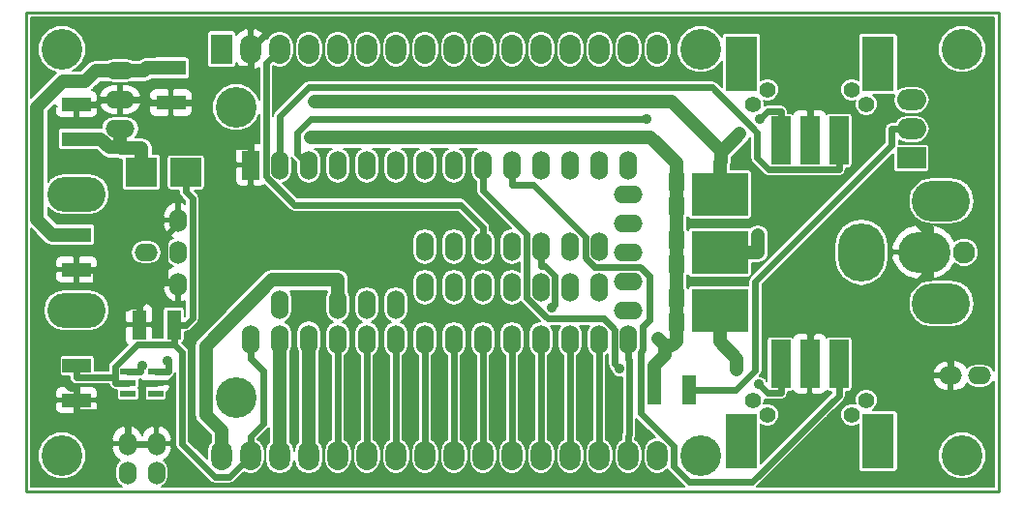
<source format=gbl>
G04 #@! TF.GenerationSoftware,KiCad,Pcbnew,no-vcs-found-ea855c1~58~ubuntu16.04.1*
G04 #@! TF.CreationDate,2017-05-25T11:24:16-04:00*
G04 #@! TF.ProjectId,modular_device_base_3x2,6D6F64756C61725F6465766963655F62,1.1*
G04 #@! TF.FileFunction,Copper,L2,Bot,Signal*
G04 #@! TF.FilePolarity,Positive*
%FSLAX46Y46*%
G04 Gerber Fmt 4.6, Leading zero omitted, Abs format (unit mm)*
G04 Created by KiCad (PCBNEW no-vcs-found-ea855c1~58~ubuntu16.04.1) date Thu May 25 11:24:16 2017*
%MOMM*%
%LPD*%
G01*
G04 APERTURE LIST*
%ADD10C,0.100000*%
%ADD11C,0.228600*%
%ADD12O,2.032000X1.524000*%
%ADD13O,1.524000X2.032000*%
%ADD14R,2.540000X1.854200*%
%ADD15O,2.540000X1.854200*%
%ADD16R,2.710000X2.500000*%
%ADD17R,2.540000X1.270000*%
%ADD18O,2.540000X1.524000*%
%ADD19C,1.397000*%
%ADD20R,1.270000X2.540000*%
%ADD21C,3.556000*%
%ADD22O,1.854200X2.540000*%
%ADD23R,1.854200X2.540000*%
%ADD24R,1.524000X2.540000*%
%ADD25O,1.524000X2.540000*%
%ADD26O,5.080000X3.048000*%
%ADD27R,2.794000X4.826000*%
%ADD28R,1.778000X4.191000*%
%ADD29C,1.930400*%
%ADD30O,4.572000X3.556000*%
%ADD31O,4.064000X5.080000*%
%ADD32O,5.080000X3.556000*%
%ADD33R,4.960000X3.800000*%
%ADD34R,1.440000X1.600000*%
%ADD35R,1.330960X0.558800*%
%ADD36C,0.889000*%
%ADD37C,0.609600*%
%ADD38C,1.219200*%
%ADD39C,0.203200*%
G04 APERTURE END LIST*
D10*
D11*
X144145000Y-78740000D02*
X59055000Y-78740000D01*
X144145000Y-120650000D02*
X144145000Y-78740000D01*
X59055000Y-120650000D02*
X144145000Y-120650000D01*
X59055000Y-78740000D02*
X59055000Y-120650000D01*
D12*
X139954000Y-110490000D03*
X142494000Y-110490000D03*
D13*
X67945000Y-116459000D03*
X67945000Y-118999000D03*
X70485000Y-116459000D03*
X70485000Y-118999000D03*
D14*
X136525000Y-91440000D03*
D15*
X136525000Y-86360000D03*
X136525000Y-88900000D03*
D16*
X73060000Y-92710000D03*
X69180000Y-92710000D03*
D17*
X71755000Y-83566000D03*
X71755000Y-86614000D03*
X63500000Y-89789000D03*
X63500000Y-86741000D03*
D18*
X67310000Y-86360000D03*
X67310000Y-88900000D03*
X67310000Y-83820000D03*
D19*
X131318000Y-113919000D03*
X123952000Y-113919000D03*
D17*
X63500000Y-98171000D03*
X63500000Y-101219000D03*
D20*
X72009000Y-106045000D03*
X68961000Y-106045000D03*
D21*
X62230000Y-81915000D03*
X62230000Y-117475000D03*
X140970000Y-81915000D03*
D22*
X78740000Y-81915000D03*
X81280000Y-81915000D03*
D23*
X76200000Y-81915000D03*
D22*
X83820000Y-81915000D03*
X86360000Y-81915000D03*
X88900000Y-81915000D03*
X91440000Y-81915000D03*
X93980000Y-81915000D03*
X96520000Y-81915000D03*
X99060000Y-81915000D03*
X101600000Y-81915000D03*
X104140000Y-81915000D03*
X106680000Y-81915000D03*
X109220000Y-81915000D03*
X111760000Y-81915000D03*
X114300000Y-81915000D03*
X114300000Y-117475000D03*
X111760000Y-117475000D03*
X109220000Y-117475000D03*
X106680000Y-117475000D03*
X104140000Y-117475000D03*
X101600000Y-117475000D03*
X99060000Y-117475000D03*
X96520000Y-117475000D03*
X93980000Y-117475000D03*
X91440000Y-117475000D03*
X88900000Y-117475000D03*
X86360000Y-117475000D03*
X83820000Y-117475000D03*
X81280000Y-117475000D03*
X78740000Y-117475000D03*
X76200000Y-117475000D03*
D21*
X77470000Y-86995000D03*
X77470000Y-112395000D03*
X118110000Y-117475000D03*
X118110000Y-81915000D03*
D24*
X78740000Y-92075000D03*
D25*
X81280000Y-92075000D03*
X83820000Y-92075000D03*
X86360000Y-92075000D03*
X88900000Y-92075000D03*
X91440000Y-92075000D03*
X93980000Y-92075000D03*
X96520000Y-92075000D03*
X99060000Y-92075000D03*
X101600000Y-92075000D03*
X104140000Y-92075000D03*
X106680000Y-92075000D03*
X109220000Y-92075000D03*
X111760000Y-92075000D03*
X111760000Y-107315000D03*
X109220000Y-107315000D03*
X106680000Y-107315000D03*
X104140000Y-107315000D03*
X101600000Y-107315000D03*
X99060000Y-107315000D03*
X96520000Y-107315000D03*
X93980000Y-107315000D03*
X91440000Y-107315000D03*
X88900000Y-107315000D03*
X86360000Y-107315000D03*
X83820000Y-107315000D03*
X81280000Y-107315000D03*
X78740000Y-107315000D03*
D18*
X111760000Y-104775000D03*
X111760000Y-102235000D03*
X111760000Y-99695000D03*
X111760000Y-97155000D03*
X111760000Y-94615000D03*
D25*
X81280000Y-104267000D03*
X86360000Y-104267000D03*
X88900000Y-104267000D03*
X91440000Y-104267000D03*
X93980000Y-102743000D03*
X93980000Y-99187000D03*
X96520000Y-102743000D03*
X96520000Y-99187000D03*
X99060000Y-99187000D03*
X101600000Y-99187000D03*
X104140000Y-99187000D03*
X106680000Y-99187000D03*
X109220000Y-99187000D03*
X99060000Y-102743000D03*
X101600000Y-102743000D03*
X104140000Y-102743000D03*
X106680000Y-102743000D03*
X109220000Y-102743000D03*
D26*
X63500000Y-104775000D03*
X63500000Y-94615000D03*
D12*
X69596000Y-99695000D03*
D13*
X72390000Y-99695000D03*
X72390000Y-96901000D03*
X72390000Y-102489000D03*
D27*
X121640600Y-83185000D03*
X133629400Y-83185000D03*
D19*
X122682000Y-86741000D03*
X132588000Y-86741000D03*
D28*
X125095000Y-89916000D03*
X127635000Y-89916000D03*
X130175000Y-89916000D03*
D19*
X123952000Y-85471000D03*
X131318000Y-85471000D03*
D28*
X125095000Y-109474000D03*
X127635000Y-109474000D03*
X130175000Y-109474000D03*
D19*
X122682000Y-112649000D03*
X132588000Y-112649000D03*
D27*
X121640600Y-116205000D03*
X133629400Y-116205000D03*
D29*
X141147800Y-99695000D03*
D30*
X137642600Y-99695000D03*
D31*
X132156200Y-99695000D03*
D32*
X139141200Y-104190800D03*
X139141200Y-95199200D03*
D21*
X140970000Y-117475000D03*
D17*
X63500000Y-109601000D03*
X63500000Y-112649000D03*
D33*
X119765000Y-94615000D03*
D34*
X115965000Y-93550000D03*
X115965000Y-95680000D03*
D33*
X119765000Y-99695000D03*
D34*
X115965000Y-98630000D03*
X115965000Y-100760000D03*
D33*
X119765000Y-104775000D03*
D34*
X115965000Y-103710000D03*
X115965000Y-105840000D03*
D35*
X70413880Y-110175040D03*
X70413880Y-111125000D03*
X70413880Y-112074960D03*
X68016120Y-112074960D03*
X68016120Y-111125000D03*
X68016120Y-110175040D03*
D20*
X114046000Y-111760000D03*
X117094000Y-111760000D03*
D36*
X123290100Y-88048300D03*
X113382200Y-88048300D03*
X123204000Y-111276000D03*
X111008900Y-109900300D03*
X123108900Y-98220000D03*
X121525000Y-89346100D03*
X84311700Y-86473400D03*
X84022200Y-89657600D03*
X114422700Y-107297800D03*
X121275900Y-109990400D03*
X105058200Y-104561400D03*
X71436700Y-109199200D03*
X69224100Y-109619400D03*
D37*
X70413900Y-111125000D02*
X69318600Y-111125000D01*
X139954000Y-110490000D02*
X139954000Y-109298200D01*
X136076300Y-103249200D02*
X136076300Y-105420500D01*
X137422700Y-101902800D02*
X136076300Y-103249200D01*
X138150600Y-101902800D02*
X137422700Y-101902800D01*
X136076300Y-105420500D02*
X139954000Y-109298200D01*
X127635000Y-109474000D02*
X127635000Y-106948700D01*
X63500000Y-86741000D02*
X65199800Y-86741000D01*
X129163200Y-105420500D02*
X127635000Y-106948700D01*
X136076300Y-105420500D02*
X129163200Y-105420500D01*
X63500000Y-112649000D02*
X63500000Y-113713800D01*
X63500000Y-112649000D02*
X63500000Y-111584200D01*
X63500000Y-101219000D02*
X65199800Y-101219000D01*
X68107400Y-113713800D02*
X67945000Y-113713800D01*
X69243200Y-112578000D02*
X68107400Y-113713800D01*
X69243200Y-111200400D02*
X69243200Y-112578000D01*
X69318600Y-111125000D02*
X69243200Y-111200400D01*
X67945000Y-113713800D02*
X63500000Y-113713800D01*
X70485000Y-116459000D02*
X69293200Y-116459000D01*
X67945000Y-113713800D02*
X67945000Y-116459000D01*
X67945000Y-116459000D02*
X69293200Y-116459000D01*
X72390000Y-102235000D02*
X71198200Y-102235000D01*
X65391800Y-106804200D02*
X67622600Y-104573400D01*
X63782100Y-106804200D02*
X65391800Y-106804200D01*
X61823200Y-108763100D02*
X63782100Y-106804200D01*
X61823200Y-110439800D02*
X61823200Y-108763100D01*
X62967600Y-111584200D02*
X61823200Y-110439800D01*
X63500000Y-111584200D02*
X62967600Y-111584200D01*
X65199800Y-102150700D02*
X67622600Y-104573400D01*
X65199800Y-101219000D02*
X65199800Y-102150700D01*
X68124500Y-104345200D02*
X68961000Y-104345200D01*
X67896200Y-104573500D02*
X68124500Y-104345200D01*
X67622600Y-104573500D02*
X67896200Y-104573500D01*
X67622600Y-104573400D02*
X67622600Y-104573500D01*
X68961000Y-106045000D02*
X68961000Y-104345200D01*
X71198200Y-98346800D02*
X72390000Y-97155000D01*
X71198200Y-102235000D02*
X71198200Y-98346800D01*
X71071200Y-102235000D02*
X68961000Y-104345200D01*
X71198200Y-102235000D02*
X71071200Y-102235000D01*
X65580800Y-86360000D02*
X67310000Y-86360000D01*
X65199800Y-86741000D02*
X65580800Y-86360000D01*
X69801200Y-86360000D02*
X70055200Y-86614000D01*
X67310000Y-86360000D02*
X69801200Y-86360000D01*
X71755000Y-86614000D02*
X70055200Y-86614000D01*
X78740000Y-92075000D02*
X78740000Y-90375200D01*
X138150600Y-100405600D02*
X138150600Y-101902800D01*
X138150600Y-100405600D02*
X138150600Y-99695000D01*
X131959700Y-80254500D02*
X127635000Y-84579200D01*
X135242300Y-80254500D02*
X131959700Y-80254500D01*
X138330700Y-83342900D02*
X135242300Y-80254500D01*
X138330700Y-92486300D02*
X138330700Y-83342900D01*
X137901000Y-92916000D02*
X138330700Y-92486300D01*
X137399800Y-92916000D02*
X137901000Y-92916000D01*
X136045400Y-94270400D02*
X137399800Y-92916000D01*
X136045400Y-96133100D02*
X136045400Y-94270400D01*
X137399500Y-97487200D02*
X136045400Y-96133100D01*
X138150600Y-97487200D02*
X137399500Y-97487200D01*
X122666000Y-79610200D02*
X127635000Y-84579200D01*
X81044800Y-79610200D02*
X122666000Y-79610200D01*
X78740000Y-81915000D02*
X81044800Y-79610200D01*
X127635000Y-84579200D02*
X127635000Y-89916000D01*
X138150600Y-99695000D02*
X138150600Y-97487200D01*
X78740000Y-81915000D02*
X78740000Y-83614800D01*
X77551000Y-90375200D02*
X78740000Y-90375200D01*
X74513700Y-87337900D02*
X77551000Y-90375200D01*
X74513700Y-86614000D02*
X74513700Y-87337900D01*
X71755000Y-86614000D02*
X74513700Y-86614000D01*
X77512900Y-83614800D02*
X78740000Y-83614800D01*
X74513700Y-86614000D02*
X77512900Y-83614800D01*
X81280000Y-87808400D02*
X81280000Y-92075000D01*
X83829300Y-85259100D02*
X81280000Y-87808400D01*
X119091700Y-85259100D02*
X83829300Y-85259100D01*
X123047200Y-89214600D02*
X119091700Y-85259100D01*
X123047200Y-91434200D02*
X123047200Y-89214600D01*
X124054300Y-92441300D02*
X123047200Y-91434200D01*
X130175000Y-92441300D02*
X124054300Y-92441300D01*
X130175000Y-89916000D02*
X130175000Y-92441300D01*
X123947700Y-87390700D02*
X123290100Y-88048300D01*
X125095000Y-87390700D02*
X123947700Y-87390700D01*
X83978300Y-88048300D02*
X113382200Y-88048300D01*
X82841900Y-89184700D02*
X83978300Y-88048300D01*
X82841900Y-91096900D02*
X82841900Y-89184700D01*
X83820000Y-92075000D02*
X82841900Y-91096900D01*
X125095000Y-89916000D02*
X125095000Y-87390700D01*
X123927300Y-111999300D02*
X123204000Y-111276000D01*
X125095000Y-111999300D02*
X123927300Y-111999300D01*
X125095000Y-109474000D02*
X125095000Y-111999300D01*
X110591200Y-109482600D02*
X111008900Y-109900300D01*
X110591200Y-106459000D02*
X110591200Y-109482600D01*
X109650100Y-105517900D02*
X110591200Y-106459000D01*
X104717400Y-105517900D02*
X109650100Y-105517900D01*
X102870000Y-103670500D02*
X104717400Y-105517900D01*
X102870000Y-98069800D02*
X102870000Y-103670500D01*
X99060000Y-94259800D02*
X102870000Y-98069800D01*
X99060000Y-92075000D02*
X99060000Y-94259800D01*
X130175000Y-112225400D02*
X130175000Y-109474000D01*
X122614300Y-119786100D02*
X130175000Y-112225400D01*
X117092800Y-119786100D02*
X122614300Y-119786100D01*
X115705300Y-118398600D02*
X117092800Y-119786100D01*
X115705300Y-116649500D02*
X115705300Y-118398600D01*
X112815700Y-113759900D02*
X115705300Y-116649500D01*
X112815700Y-108420200D02*
X112815700Y-113759900D01*
X113049000Y-108186900D02*
X112815700Y-108420200D01*
X113049000Y-106148700D02*
X113049000Y-108186900D01*
X113584800Y-105612900D02*
X113049000Y-106148700D01*
X113584800Y-101757200D02*
X113584800Y-105612900D01*
X112792600Y-100965000D02*
X113584800Y-101757200D01*
X108833700Y-100965000D02*
X112792600Y-100965000D01*
X108051200Y-100182500D02*
X108833700Y-100965000D01*
X108051200Y-98369600D02*
X108051200Y-100182500D01*
X103456400Y-93774800D02*
X108051200Y-98369600D01*
X101600000Y-93774800D02*
X103456400Y-93774800D01*
X101600000Y-92075000D02*
X101600000Y-93774800D01*
D38*
X67380200Y-90596100D02*
X69180000Y-90596100D01*
X67310000Y-90525900D02*
X67380200Y-90596100D01*
X67310000Y-88900000D02*
X67310000Y-90525900D01*
X69180000Y-92710000D02*
X69180000Y-90596100D01*
X66370800Y-90525900D02*
X67310000Y-90525900D01*
X65633900Y-89789000D02*
X66370800Y-90525900D01*
X63500000Y-89789000D02*
X65633900Y-89789000D01*
X123108900Y-99695000D02*
X123108900Y-98220000D01*
X119765000Y-99695000D02*
X123108900Y-99695000D01*
X119765000Y-94615000D02*
X119765000Y-91851100D01*
X120057800Y-90813300D02*
X121525000Y-89346100D01*
X119880900Y-90813300D02*
X120057800Y-90813300D01*
X119880900Y-91735200D02*
X119880900Y-90813300D01*
X119765000Y-91851100D02*
X119880900Y-91735200D01*
X115541000Y-86473400D02*
X119880900Y-90813300D01*
X84311700Y-86473400D02*
X115541000Y-86473400D01*
D37*
X73624600Y-94954400D02*
X73060000Y-94389800D01*
X73624600Y-105494200D02*
X73624600Y-94954400D01*
X73073800Y-106045000D02*
X73624600Y-105494200D01*
X72009000Y-106045000D02*
X73073800Y-106045000D01*
X73060000Y-92710000D02*
X73060000Y-94389800D01*
X63500000Y-109601000D02*
X63500000Y-110665800D01*
X72725200Y-108461000D02*
X72009000Y-107744800D01*
X72725200Y-116452500D02*
X72725200Y-108461000D01*
X75610200Y-119337500D02*
X72725200Y-116452500D01*
X76877500Y-119337500D02*
X75610200Y-119337500D01*
X78740000Y-117475000D02*
X76877500Y-119337500D01*
X72009000Y-106045000D02*
X72009000Y-107744800D01*
X66894100Y-110665800D02*
X63500000Y-110665800D01*
X66920800Y-110692500D02*
X66894100Y-110665800D01*
X66920800Y-111125000D02*
X66920800Y-110692500D01*
X68851100Y-107744800D02*
X72009000Y-107744800D01*
X66894100Y-109701800D02*
X68851100Y-107744800D01*
X66894100Y-110665800D02*
X66894100Y-109701800D01*
X68016100Y-111125000D02*
X66920800Y-111125000D01*
X79806400Y-110081200D02*
X78740000Y-109014800D01*
X79806400Y-114708800D02*
X79806400Y-110081200D01*
X78740000Y-115775200D02*
X79806400Y-114708800D01*
X78740000Y-117475000D02*
X78740000Y-115775200D01*
X78740000Y-107315000D02*
X78740000Y-109014800D01*
X111760000Y-117475000D02*
X111760000Y-115775200D01*
X111760000Y-107315000D02*
X111760000Y-109014800D01*
X111860100Y-109114900D02*
X111760000Y-109014800D01*
X111860100Y-115675100D02*
X111860100Y-109114900D01*
X111760000Y-115775200D02*
X111860100Y-115675100D01*
X109220000Y-115775200D02*
X109220000Y-109014800D01*
X109220000Y-117475000D02*
X109220000Y-115775200D01*
X109220000Y-107315000D02*
X109220000Y-109014800D01*
X106680000Y-117475000D02*
X106680000Y-115775200D01*
X106680000Y-107315000D02*
X106680000Y-109014800D01*
X106680000Y-115775200D02*
X106680000Y-109014800D01*
X104140000Y-107315000D02*
X104140000Y-117475000D01*
X101600000Y-107315000D02*
X101600000Y-117475000D01*
X99060000Y-107315000D02*
X99060000Y-117475000D01*
X96520000Y-107315000D02*
X96520000Y-117475000D01*
X93980000Y-107315000D02*
X93980000Y-117475000D01*
X91440000Y-107315000D02*
X91440000Y-117475000D01*
X88900000Y-107315000D02*
X88900000Y-117475000D01*
X86360000Y-107315000D02*
X86360000Y-117475000D01*
D38*
X83820000Y-107315000D02*
X83820000Y-117475000D01*
X81280000Y-107315000D02*
X81280000Y-117475000D01*
X74815900Y-113957000D02*
X76200000Y-115341100D01*
X74815900Y-107910100D02*
X74815900Y-113957000D01*
X80592900Y-102133100D02*
X74815900Y-107910100D01*
X86360000Y-102133100D02*
X80592900Y-102133100D01*
X76200000Y-117475000D02*
X76200000Y-115341100D01*
X86360000Y-104775000D02*
X86360000Y-102133100D01*
D37*
X80073900Y-83121100D02*
X81280000Y-81915000D01*
X80073900Y-93042600D02*
X80073900Y-83121100D01*
X82576100Y-95544800D02*
X80073900Y-93042600D01*
X97117600Y-95544800D02*
X82576100Y-95544800D01*
X99060000Y-97487200D02*
X97117600Y-95544800D01*
X99060000Y-99695000D02*
X99060000Y-97487200D01*
D38*
X69443900Y-83743200D02*
X69621100Y-83566000D01*
X69443900Y-83820000D02*
X69443900Y-83743200D01*
X71755000Y-83566000D02*
X69621100Y-83566000D01*
X67310000Y-83820000D02*
X69443900Y-83820000D01*
X115965000Y-98630000D02*
X115965000Y-95680000D01*
X64262100Y-84734000D02*
X65176100Y-83820000D01*
X62300200Y-84734000D02*
X64262100Y-84734000D01*
X60045400Y-86988800D02*
X62300200Y-84734000D01*
X60045400Y-96850300D02*
X60045400Y-86988800D01*
X61366100Y-98171000D02*
X60045400Y-96850300D01*
X63500000Y-98171000D02*
X61366100Y-98171000D01*
X67310000Y-83820000D02*
X65176100Y-83820000D01*
X115965000Y-103710000D02*
X115965000Y-100760000D01*
X115965000Y-100760000D02*
X115965000Y-98630000D01*
X115965000Y-95680000D02*
X115965000Y-93550000D01*
X113736500Y-89657600D02*
X84022200Y-89657600D01*
X115965000Y-91886100D02*
X113736500Y-89657600D01*
X115965000Y-93550000D02*
X115965000Y-91886100D01*
X115965000Y-103710000D02*
X115965000Y-105840000D01*
X115965000Y-105840000D02*
X115965000Y-107503900D01*
X115588300Y-107880600D02*
X115005500Y-107880600D01*
X115965000Y-107503900D02*
X115588300Y-107880600D01*
X115005500Y-108666600D02*
X115005500Y-107880600D01*
X114046000Y-109626100D02*
X115005500Y-108666600D01*
X115005500Y-107880600D02*
X114422700Y-107297800D01*
X114046000Y-111760000D02*
X114046000Y-109626100D01*
X119765000Y-104775000D02*
X119765000Y-107538900D01*
X121275900Y-109049800D02*
X121275900Y-109990400D01*
X119765000Y-107538900D02*
X121275900Y-109049800D01*
D37*
X105348900Y-104270700D02*
X105058200Y-104561400D01*
X105348900Y-101723300D02*
X105348900Y-104270700D01*
X104512400Y-100886800D02*
X105348900Y-101723300D01*
X104140000Y-100886800D02*
X104512400Y-100886800D01*
X104140000Y-99695000D02*
X104140000Y-100886800D01*
X70413900Y-110175000D02*
X71509200Y-110175000D01*
X71509200Y-109271700D02*
X71436700Y-109199200D01*
X71509200Y-110175000D02*
X71509200Y-109271700D01*
X68016100Y-110175000D02*
X69111400Y-110175000D01*
X69111400Y-109732100D02*
X69224100Y-109619400D01*
X69111400Y-110175000D02*
X69111400Y-109732100D01*
X136525000Y-88900000D02*
X134825200Y-88900000D01*
X121159100Y-111760000D02*
X117094000Y-111760000D01*
X122875000Y-110044100D02*
X121159100Y-111760000D01*
X122875000Y-102296800D02*
X122875000Y-110044100D01*
X134825200Y-90346600D02*
X122875000Y-102296800D01*
X134825200Y-88900000D02*
X134825200Y-90346600D01*
D39*
G36*
X143725900Y-110031510D02*
X143528218Y-109735658D01*
X143182123Y-109504405D01*
X142773876Y-109423200D01*
X142214124Y-109423200D01*
X141805877Y-109504405D01*
X141459782Y-109735658D01*
X141393469Y-109834903D01*
X141262480Y-109598292D01*
X140840970Y-109262637D01*
X140323096Y-109113837D01*
X140106400Y-109265175D01*
X140106400Y-110337600D01*
X140126400Y-110337600D01*
X140126400Y-110642400D01*
X140106400Y-110642400D01*
X140106400Y-111714825D01*
X140323096Y-111866163D01*
X140840970Y-111717363D01*
X141262480Y-111381708D01*
X141393469Y-111145097D01*
X141459782Y-111244342D01*
X141805877Y-111475595D01*
X142214124Y-111556800D01*
X142773876Y-111556800D01*
X143182123Y-111475595D01*
X143528218Y-111244342D01*
X143725900Y-110948490D01*
X143725900Y-120230900D01*
X123024777Y-120230900D01*
X123045352Y-120217152D01*
X129144811Y-114117693D01*
X130314526Y-114117693D01*
X130466948Y-114486581D01*
X130748934Y-114769061D01*
X131117556Y-114922126D01*
X131516693Y-114922474D01*
X131885581Y-114770052D01*
X131921629Y-114734067D01*
X131921629Y-118618000D01*
X131945285Y-118736927D01*
X132012652Y-118837748D01*
X132113473Y-118905115D01*
X132232400Y-118928771D01*
X135026400Y-118928771D01*
X135145327Y-118905115D01*
X135246148Y-118837748D01*
X135313515Y-118736927D01*
X135337171Y-118618000D01*
X135337171Y-117887477D01*
X138886840Y-117887477D01*
X139203259Y-118653270D01*
X139788648Y-119239682D01*
X140553888Y-119557437D01*
X141382477Y-119558160D01*
X142148270Y-119241741D01*
X142734682Y-118656352D01*
X143052437Y-117891112D01*
X143053160Y-117062523D01*
X142736741Y-116296730D01*
X142151352Y-115710318D01*
X141386112Y-115392563D01*
X140557523Y-115391840D01*
X139791730Y-115708259D01*
X139205318Y-116293648D01*
X138887563Y-117058888D01*
X138886840Y-117887477D01*
X135337171Y-117887477D01*
X135337171Y-113792000D01*
X135313515Y-113673073D01*
X135246148Y-113572252D01*
X135145327Y-113504885D01*
X135026400Y-113481229D01*
X133174437Y-113481229D01*
X133438061Y-113218066D01*
X133591126Y-112849444D01*
X133591474Y-112450307D01*
X133439052Y-112081419D01*
X133157066Y-111798939D01*
X132788444Y-111645874D01*
X132389307Y-111645526D01*
X132020419Y-111797948D01*
X131737939Y-112079934D01*
X131584874Y-112448556D01*
X131584526Y-112847693D01*
X131632219Y-112963117D01*
X131518444Y-112915874D01*
X131119307Y-112915526D01*
X130750419Y-113067948D01*
X130467939Y-113349934D01*
X130314874Y-113718556D01*
X130314526Y-114117693D01*
X129144811Y-114117693D01*
X130606052Y-112656453D01*
X130738197Y-112458684D01*
X130743832Y-112430353D01*
X130784600Y-112225400D01*
X130784600Y-111880271D01*
X131064000Y-111880271D01*
X131182927Y-111856615D01*
X131283748Y-111789248D01*
X131351115Y-111688427D01*
X131374771Y-111569500D01*
X131374771Y-110853761D01*
X138377516Y-110853761D01*
X138384546Y-110910299D01*
X138645520Y-111381708D01*
X139067030Y-111717363D01*
X139584904Y-111866163D01*
X139801600Y-111714825D01*
X139801600Y-110642400D01*
X138490363Y-110642400D01*
X138377516Y-110853761D01*
X131374771Y-110853761D01*
X131374771Y-110126239D01*
X138377516Y-110126239D01*
X138490363Y-110337600D01*
X139801600Y-110337600D01*
X139801600Y-109265175D01*
X139584904Y-109113837D01*
X139067030Y-109262637D01*
X138645520Y-109598292D01*
X138384546Y-110069701D01*
X138377516Y-110126239D01*
X131374771Y-110126239D01*
X131374771Y-107378500D01*
X131351115Y-107259573D01*
X131283748Y-107158752D01*
X131182927Y-107091385D01*
X131064000Y-107067729D01*
X129286000Y-107067729D01*
X129167073Y-107091385D01*
X129087048Y-107144856D01*
X129040794Y-107033189D01*
X128869311Y-106861706D01*
X128645257Y-106768900D01*
X127939800Y-106768900D01*
X127787400Y-106921300D01*
X127787400Y-109321600D01*
X127807400Y-109321600D01*
X127807400Y-109626400D01*
X127787400Y-109626400D01*
X127787400Y-112026700D01*
X127939800Y-112179100D01*
X128645257Y-112179100D01*
X128869311Y-112086294D01*
X129040794Y-111914811D01*
X129087048Y-111803144D01*
X129167073Y-111856615D01*
X129286000Y-111880271D01*
X129565400Y-111880271D01*
X129565400Y-111972895D01*
X123348371Y-118189925D01*
X123348371Y-114734437D01*
X123382934Y-114769061D01*
X123751556Y-114922126D01*
X124150693Y-114922474D01*
X124519581Y-114770052D01*
X124802061Y-114488066D01*
X124955126Y-114119444D01*
X124955474Y-113720307D01*
X124803052Y-113351419D01*
X124521066Y-113068939D01*
X124152444Y-112915874D01*
X123753307Y-112915526D01*
X123637883Y-112963219D01*
X123685126Y-112849444D01*
X123685381Y-112556727D01*
X123694016Y-112562497D01*
X123927300Y-112608900D01*
X125095000Y-112608900D01*
X125328284Y-112562497D01*
X125526052Y-112430352D01*
X125658197Y-112232584D01*
X125704600Y-111999300D01*
X125704600Y-111880271D01*
X125984000Y-111880271D01*
X126102927Y-111856615D01*
X126182952Y-111803144D01*
X126229206Y-111914811D01*
X126400689Y-112086294D01*
X126624743Y-112179100D01*
X127330200Y-112179100D01*
X127482600Y-112026700D01*
X127482600Y-109626400D01*
X127462600Y-109626400D01*
X127462600Y-109321600D01*
X127482600Y-109321600D01*
X127482600Y-106921300D01*
X127330200Y-106768900D01*
X126624743Y-106768900D01*
X126400689Y-106861706D01*
X126229206Y-107033189D01*
X126182952Y-107144856D01*
X126102927Y-107091385D01*
X125984000Y-107067729D01*
X124206000Y-107067729D01*
X124087073Y-107091385D01*
X123986252Y-107158752D01*
X123918885Y-107259573D01*
X123895229Y-107378500D01*
X123895229Y-110986752D01*
X123839596Y-110852110D01*
X123628999Y-110641144D01*
X123353699Y-110526830D01*
X123254461Y-110526743D01*
X123306052Y-110475152D01*
X123438197Y-110277384D01*
X123484600Y-110044100D01*
X123484600Y-104190800D01*
X136240667Y-104190800D01*
X136399211Y-104987853D01*
X136850705Y-105663562D01*
X137526414Y-106115056D01*
X138323467Y-106273600D01*
X139958933Y-106273600D01*
X140755986Y-106115056D01*
X141431695Y-105663562D01*
X141883189Y-104987853D01*
X142041733Y-104190800D01*
X141883189Y-103393747D01*
X141431695Y-102718038D01*
X140755986Y-102266544D01*
X139958933Y-102108000D01*
X138323467Y-102108000D01*
X137526414Y-102266544D01*
X136850705Y-102718038D01*
X136399211Y-103393747D01*
X136240667Y-104190800D01*
X123484600Y-104190800D01*
X123484600Y-102549304D01*
X126903632Y-99130272D01*
X129768600Y-99130272D01*
X129768600Y-100259728D01*
X129950345Y-101173423D01*
X130467912Y-101948016D01*
X131242505Y-102465583D01*
X132156200Y-102647328D01*
X133069895Y-102465583D01*
X133844488Y-101948016D01*
X134362055Y-101173423D01*
X134543800Y-100259728D01*
X134543800Y-100218265D01*
X134805045Y-100218265D01*
X134870425Y-100467896D01*
X135338549Y-101275525D01*
X136080106Y-101842534D01*
X136982200Y-102082600D01*
X137490200Y-102082600D01*
X137490200Y-99847400D01*
X134904602Y-99847400D01*
X134805045Y-100218265D01*
X134543800Y-100218265D01*
X134543800Y-99171735D01*
X134805045Y-99171735D01*
X134904602Y-99542600D01*
X137490200Y-99542600D01*
X137490200Y-97307400D01*
X137795000Y-97307400D01*
X137795000Y-99542600D01*
X137815000Y-99542600D01*
X137815000Y-99847400D01*
X137795000Y-99847400D01*
X137795000Y-102082600D01*
X138303000Y-102082600D01*
X139205094Y-101842534D01*
X139946651Y-101275525D01*
X140308277Y-100651632D01*
X140427463Y-100771026D01*
X140894073Y-100964779D01*
X141399310Y-100965220D01*
X141866258Y-100772282D01*
X142223826Y-100415337D01*
X142417579Y-99948727D01*
X142418020Y-99443490D01*
X142225082Y-98976542D01*
X141868137Y-98618974D01*
X141401527Y-98425221D01*
X140896290Y-98424780D01*
X140429342Y-98617718D01*
X140308352Y-98738498D01*
X139946651Y-98114475D01*
X139205094Y-97547466D01*
X138303000Y-97307400D01*
X137795000Y-97307400D01*
X137490200Y-97307400D01*
X136982200Y-97307400D01*
X136080106Y-97547466D01*
X135338549Y-98114475D01*
X134870425Y-98922104D01*
X134805045Y-99171735D01*
X134543800Y-99171735D01*
X134543800Y-99130272D01*
X134362055Y-98216577D01*
X133844488Y-97441984D01*
X133069895Y-96924417D01*
X132156200Y-96742672D01*
X131242505Y-96924417D01*
X130467912Y-97441984D01*
X129950345Y-98216577D01*
X129768600Y-99130272D01*
X126903632Y-99130272D01*
X130834704Y-95199200D01*
X136240667Y-95199200D01*
X136399211Y-95996253D01*
X136850705Y-96671962D01*
X137526414Y-97123456D01*
X138323467Y-97282000D01*
X139958933Y-97282000D01*
X140755986Y-97123456D01*
X141431695Y-96671962D01*
X141883189Y-95996253D01*
X142041733Y-95199200D01*
X141883189Y-94402147D01*
X141431695Y-93726438D01*
X140755986Y-93274944D01*
X139958933Y-93116400D01*
X138323467Y-93116400D01*
X137526414Y-93274944D01*
X136850705Y-93726438D01*
X136399211Y-94402147D01*
X136240667Y-95199200D01*
X130834704Y-95199200D01*
X134944229Y-91089675D01*
X134944229Y-92367100D01*
X134967885Y-92486027D01*
X135035252Y-92586848D01*
X135136073Y-92654215D01*
X135255000Y-92677871D01*
X137795000Y-92677871D01*
X137913927Y-92654215D01*
X138014748Y-92586848D01*
X138082115Y-92486027D01*
X138105771Y-92367100D01*
X138105771Y-90512900D01*
X138082115Y-90393973D01*
X138014748Y-90293152D01*
X137913927Y-90225785D01*
X137795000Y-90202129D01*
X135434800Y-90202129D01*
X135434800Y-89874410D01*
X135679820Y-90038127D01*
X136151248Y-90131900D01*
X136898752Y-90131900D01*
X137370180Y-90038127D01*
X137769837Y-89771085D01*
X138036879Y-89371428D01*
X138130652Y-88900000D01*
X138036879Y-88428572D01*
X137769837Y-88028915D01*
X137370180Y-87761873D01*
X136898752Y-87668100D01*
X136151248Y-87668100D01*
X135679820Y-87761873D01*
X135280163Y-88028915D01*
X135105444Y-88290400D01*
X134825200Y-88290400D01*
X134591916Y-88336803D01*
X134394148Y-88468948D01*
X134262003Y-88666716D01*
X134215600Y-88900000D01*
X134215600Y-90094096D01*
X122443948Y-101865748D01*
X122311803Y-102063516D01*
X122265400Y-102296800D01*
X122265400Y-102568287D01*
X122245000Y-102564229D01*
X117285000Y-102564229D01*
X117166073Y-102587885D01*
X117065252Y-102655252D01*
X116997885Y-102756073D01*
X116981519Y-102838350D01*
X116972115Y-102791073D01*
X116930200Y-102728343D01*
X116930200Y-101741657D01*
X116972115Y-101678927D01*
X116981519Y-101631650D01*
X116997885Y-101713927D01*
X117065252Y-101814748D01*
X117166073Y-101882115D01*
X117285000Y-101905771D01*
X122245000Y-101905771D01*
X122363927Y-101882115D01*
X122464748Y-101814748D01*
X122532115Y-101713927D01*
X122555771Y-101595000D01*
X122555771Y-100660200D01*
X123108900Y-100660200D01*
X123478266Y-100586729D01*
X123791399Y-100377499D01*
X124000629Y-100064366D01*
X124074100Y-99695000D01*
X124074100Y-98220000D01*
X124000629Y-97850634D01*
X123791399Y-97537501D01*
X123478266Y-97328271D01*
X123108900Y-97254800D01*
X122739534Y-97328271D01*
X122426401Y-97537501D01*
X122420799Y-97545886D01*
X122363927Y-97507885D01*
X122245000Y-97484229D01*
X117285000Y-97484229D01*
X117166073Y-97507885D01*
X117065252Y-97575252D01*
X116997885Y-97676073D01*
X116981519Y-97758350D01*
X116972115Y-97711073D01*
X116930200Y-97648343D01*
X116930200Y-96661657D01*
X116972115Y-96598927D01*
X116981519Y-96551650D01*
X116997885Y-96633927D01*
X117065252Y-96734748D01*
X117166073Y-96802115D01*
X117285000Y-96825771D01*
X122245000Y-96825771D01*
X122363927Y-96802115D01*
X122464748Y-96734748D01*
X122532115Y-96633927D01*
X122555771Y-96515000D01*
X122555771Y-92715000D01*
X122532115Y-92596073D01*
X122464748Y-92495252D01*
X122363927Y-92427885D01*
X122245000Y-92404229D01*
X120730200Y-92404229D01*
X120730200Y-92168066D01*
X120772629Y-92104567D01*
X120816084Y-91886100D01*
X120846100Y-91735200D01*
X120846100Y-91389998D01*
X122207499Y-90028600D01*
X122416729Y-89715467D01*
X122437600Y-89610539D01*
X122437600Y-91434200D01*
X122484003Y-91667484D01*
X122616148Y-91865252D01*
X123623247Y-92872352D01*
X123821016Y-93004497D01*
X124054300Y-93050900D01*
X130175000Y-93050900D01*
X130408284Y-93004497D01*
X130606052Y-92872352D01*
X130738197Y-92674584D01*
X130784600Y-92441300D01*
X130784600Y-92322271D01*
X131064000Y-92322271D01*
X131182927Y-92298615D01*
X131283748Y-92231248D01*
X131351115Y-92130427D01*
X131374771Y-92011500D01*
X131374771Y-87820500D01*
X131351115Y-87701573D01*
X131283748Y-87600752D01*
X131182927Y-87533385D01*
X131064000Y-87509729D01*
X129286000Y-87509729D01*
X129167073Y-87533385D01*
X129087048Y-87586856D01*
X129040794Y-87475189D01*
X128869311Y-87303706D01*
X128645257Y-87210900D01*
X127939800Y-87210900D01*
X127787400Y-87363300D01*
X127787400Y-89763600D01*
X127807400Y-89763600D01*
X127807400Y-90068400D01*
X127787400Y-90068400D01*
X127787400Y-90088400D01*
X127482600Y-90088400D01*
X127482600Y-90068400D01*
X127462600Y-90068400D01*
X127462600Y-89763600D01*
X127482600Y-89763600D01*
X127482600Y-87363300D01*
X127330200Y-87210900D01*
X126624743Y-87210900D01*
X126400689Y-87303706D01*
X126229206Y-87475189D01*
X126182952Y-87586856D01*
X126102927Y-87533385D01*
X125984000Y-87509729D01*
X125704600Y-87509729D01*
X125704600Y-87390700D01*
X125658197Y-87157416D01*
X125526052Y-86959648D01*
X125328284Y-86827503D01*
X125095000Y-86781100D01*
X123947700Y-86781100D01*
X123714416Y-86827503D01*
X123685208Y-86847019D01*
X123685474Y-86542307D01*
X123637781Y-86426883D01*
X123751556Y-86474126D01*
X124150693Y-86474474D01*
X124519581Y-86322052D01*
X124802061Y-86040066D01*
X124955126Y-85671444D01*
X124955127Y-85669693D01*
X130314526Y-85669693D01*
X130466948Y-86038581D01*
X130748934Y-86321061D01*
X131117556Y-86474126D01*
X131516693Y-86474474D01*
X131632117Y-86426781D01*
X131584874Y-86540556D01*
X131584526Y-86939693D01*
X131736948Y-87308581D01*
X132018934Y-87591061D01*
X132387556Y-87744126D01*
X132786693Y-87744474D01*
X133155581Y-87592052D01*
X133438061Y-87310066D01*
X133591126Y-86941444D01*
X133591474Y-86542307D01*
X133439052Y-86173419D01*
X133174867Y-85908771D01*
X135009103Y-85908771D01*
X134919348Y-86360000D01*
X135013121Y-86831428D01*
X135280163Y-87231085D01*
X135679820Y-87498127D01*
X136151248Y-87591900D01*
X136898752Y-87591900D01*
X137370180Y-87498127D01*
X137769837Y-87231085D01*
X138036879Y-86831428D01*
X138130652Y-86360000D01*
X138036879Y-85888572D01*
X137769837Y-85488915D01*
X137370180Y-85221873D01*
X136898752Y-85128100D01*
X136151248Y-85128100D01*
X135679820Y-85221873D01*
X135337171Y-85450824D01*
X135337171Y-82327477D01*
X138886840Y-82327477D01*
X139203259Y-83093270D01*
X139788648Y-83679682D01*
X140553888Y-83997437D01*
X141382477Y-83998160D01*
X142148270Y-83681741D01*
X142734682Y-83096352D01*
X143052437Y-82331112D01*
X143053160Y-81502523D01*
X142736741Y-80736730D01*
X142151352Y-80150318D01*
X141386112Y-79832563D01*
X140557523Y-79831840D01*
X139791730Y-80148259D01*
X139205318Y-80733648D01*
X138887563Y-81498888D01*
X138886840Y-82327477D01*
X135337171Y-82327477D01*
X135337171Y-80772000D01*
X135313515Y-80653073D01*
X135246148Y-80552252D01*
X135145327Y-80484885D01*
X135026400Y-80461229D01*
X132232400Y-80461229D01*
X132113473Y-80484885D01*
X132012652Y-80552252D01*
X131945285Y-80653073D01*
X131921629Y-80772000D01*
X131921629Y-84655563D01*
X131887066Y-84620939D01*
X131518444Y-84467874D01*
X131119307Y-84467526D01*
X130750419Y-84619948D01*
X130467939Y-84901934D01*
X130314874Y-85270556D01*
X130314526Y-85669693D01*
X124955127Y-85669693D01*
X124955474Y-85272307D01*
X124803052Y-84903419D01*
X124521066Y-84620939D01*
X124152444Y-84467874D01*
X123753307Y-84467526D01*
X123384419Y-84619948D01*
X123348371Y-84655933D01*
X123348371Y-80772000D01*
X123324715Y-80653073D01*
X123257348Y-80552252D01*
X123156527Y-80484885D01*
X123037600Y-80461229D01*
X120243600Y-80461229D01*
X120124673Y-80484885D01*
X120023852Y-80552252D01*
X119956485Y-80653073D01*
X119932829Y-80772000D01*
X119932829Y-80872473D01*
X119876741Y-80736730D01*
X119291352Y-80150318D01*
X118526112Y-79832563D01*
X117697523Y-79831840D01*
X116931730Y-80148259D01*
X116345318Y-80733648D01*
X116027563Y-81498888D01*
X116026840Y-82327477D01*
X116343259Y-83093270D01*
X116928648Y-83679682D01*
X117693888Y-83997437D01*
X118522477Y-83998160D01*
X119288270Y-83681741D01*
X119874682Y-83096352D01*
X119932829Y-82956318D01*
X119932829Y-85238125D01*
X119522752Y-84828048D01*
X119324984Y-84695903D01*
X119091700Y-84649500D01*
X83829300Y-84649500D01*
X83596016Y-84695903D01*
X83539000Y-84734000D01*
X83398248Y-84828047D01*
X80848948Y-87377348D01*
X80716803Y-87575116D01*
X80683500Y-87742542D01*
X80683500Y-83373604D01*
X80701661Y-83355443D01*
X80808572Y-83426879D01*
X81280000Y-83520652D01*
X81751428Y-83426879D01*
X82151085Y-83159837D01*
X82418127Y-82760180D01*
X82511900Y-82288752D01*
X82511900Y-81541248D01*
X82588100Y-81541248D01*
X82588100Y-82288752D01*
X82681873Y-82760180D01*
X82948915Y-83159837D01*
X83348572Y-83426879D01*
X83820000Y-83520652D01*
X84291428Y-83426879D01*
X84691085Y-83159837D01*
X84958127Y-82760180D01*
X85051900Y-82288752D01*
X85051900Y-81541248D01*
X85128100Y-81541248D01*
X85128100Y-82288752D01*
X85221873Y-82760180D01*
X85488915Y-83159837D01*
X85888572Y-83426879D01*
X86360000Y-83520652D01*
X86831428Y-83426879D01*
X87231085Y-83159837D01*
X87498127Y-82760180D01*
X87591900Y-82288752D01*
X87591900Y-81541248D01*
X87668100Y-81541248D01*
X87668100Y-82288752D01*
X87761873Y-82760180D01*
X88028915Y-83159837D01*
X88428572Y-83426879D01*
X88900000Y-83520652D01*
X89371428Y-83426879D01*
X89771085Y-83159837D01*
X90038127Y-82760180D01*
X90131900Y-82288752D01*
X90131900Y-81541248D01*
X90208100Y-81541248D01*
X90208100Y-82288752D01*
X90301873Y-82760180D01*
X90568915Y-83159837D01*
X90968572Y-83426879D01*
X91440000Y-83520652D01*
X91911428Y-83426879D01*
X92311085Y-83159837D01*
X92578127Y-82760180D01*
X92671900Y-82288752D01*
X92671900Y-81541248D01*
X92748100Y-81541248D01*
X92748100Y-82288752D01*
X92841873Y-82760180D01*
X93108915Y-83159837D01*
X93508572Y-83426879D01*
X93980000Y-83520652D01*
X94451428Y-83426879D01*
X94851085Y-83159837D01*
X95118127Y-82760180D01*
X95211900Y-82288752D01*
X95211900Y-81541248D01*
X95288100Y-81541248D01*
X95288100Y-82288752D01*
X95381873Y-82760180D01*
X95648915Y-83159837D01*
X96048572Y-83426879D01*
X96520000Y-83520652D01*
X96991428Y-83426879D01*
X97391085Y-83159837D01*
X97658127Y-82760180D01*
X97751900Y-82288752D01*
X97751900Y-81541248D01*
X97828100Y-81541248D01*
X97828100Y-82288752D01*
X97921873Y-82760180D01*
X98188915Y-83159837D01*
X98588572Y-83426879D01*
X99060000Y-83520652D01*
X99531428Y-83426879D01*
X99931085Y-83159837D01*
X100198127Y-82760180D01*
X100291900Y-82288752D01*
X100291900Y-81541248D01*
X100368100Y-81541248D01*
X100368100Y-82288752D01*
X100461873Y-82760180D01*
X100728915Y-83159837D01*
X101128572Y-83426879D01*
X101600000Y-83520652D01*
X102071428Y-83426879D01*
X102471085Y-83159837D01*
X102738127Y-82760180D01*
X102831900Y-82288752D01*
X102831900Y-81541248D01*
X102908100Y-81541248D01*
X102908100Y-82288752D01*
X103001873Y-82760180D01*
X103268915Y-83159837D01*
X103668572Y-83426879D01*
X104140000Y-83520652D01*
X104611428Y-83426879D01*
X105011085Y-83159837D01*
X105278127Y-82760180D01*
X105371900Y-82288752D01*
X105371900Y-81541248D01*
X105448100Y-81541248D01*
X105448100Y-82288752D01*
X105541873Y-82760180D01*
X105808915Y-83159837D01*
X106208572Y-83426879D01*
X106680000Y-83520652D01*
X107151428Y-83426879D01*
X107551085Y-83159837D01*
X107818127Y-82760180D01*
X107911900Y-82288752D01*
X107911900Y-81541248D01*
X107988100Y-81541248D01*
X107988100Y-82288752D01*
X108081873Y-82760180D01*
X108348915Y-83159837D01*
X108748572Y-83426879D01*
X109220000Y-83520652D01*
X109691428Y-83426879D01*
X110091085Y-83159837D01*
X110358127Y-82760180D01*
X110451900Y-82288752D01*
X110451900Y-81541248D01*
X110528100Y-81541248D01*
X110528100Y-82288752D01*
X110621873Y-82760180D01*
X110888915Y-83159837D01*
X111288572Y-83426879D01*
X111760000Y-83520652D01*
X112231428Y-83426879D01*
X112631085Y-83159837D01*
X112898127Y-82760180D01*
X112991900Y-82288752D01*
X112991900Y-81541248D01*
X113068100Y-81541248D01*
X113068100Y-82288752D01*
X113161873Y-82760180D01*
X113428915Y-83159837D01*
X113828572Y-83426879D01*
X114300000Y-83520652D01*
X114771428Y-83426879D01*
X115171085Y-83159837D01*
X115438127Y-82760180D01*
X115531900Y-82288752D01*
X115531900Y-81541248D01*
X115438127Y-81069820D01*
X115171085Y-80670163D01*
X114771428Y-80403121D01*
X114300000Y-80309348D01*
X113828572Y-80403121D01*
X113428915Y-80670163D01*
X113161873Y-81069820D01*
X113068100Y-81541248D01*
X112991900Y-81541248D01*
X112898127Y-81069820D01*
X112631085Y-80670163D01*
X112231428Y-80403121D01*
X111760000Y-80309348D01*
X111288572Y-80403121D01*
X110888915Y-80670163D01*
X110621873Y-81069820D01*
X110528100Y-81541248D01*
X110451900Y-81541248D01*
X110358127Y-81069820D01*
X110091085Y-80670163D01*
X109691428Y-80403121D01*
X109220000Y-80309348D01*
X108748572Y-80403121D01*
X108348915Y-80670163D01*
X108081873Y-81069820D01*
X107988100Y-81541248D01*
X107911900Y-81541248D01*
X107818127Y-81069820D01*
X107551085Y-80670163D01*
X107151428Y-80403121D01*
X106680000Y-80309348D01*
X106208572Y-80403121D01*
X105808915Y-80670163D01*
X105541873Y-81069820D01*
X105448100Y-81541248D01*
X105371900Y-81541248D01*
X105278127Y-81069820D01*
X105011085Y-80670163D01*
X104611428Y-80403121D01*
X104140000Y-80309348D01*
X103668572Y-80403121D01*
X103268915Y-80670163D01*
X103001873Y-81069820D01*
X102908100Y-81541248D01*
X102831900Y-81541248D01*
X102738127Y-81069820D01*
X102471085Y-80670163D01*
X102071428Y-80403121D01*
X101600000Y-80309348D01*
X101128572Y-80403121D01*
X100728915Y-80670163D01*
X100461873Y-81069820D01*
X100368100Y-81541248D01*
X100291900Y-81541248D01*
X100198127Y-81069820D01*
X99931085Y-80670163D01*
X99531428Y-80403121D01*
X99060000Y-80309348D01*
X98588572Y-80403121D01*
X98188915Y-80670163D01*
X97921873Y-81069820D01*
X97828100Y-81541248D01*
X97751900Y-81541248D01*
X97658127Y-81069820D01*
X97391085Y-80670163D01*
X96991428Y-80403121D01*
X96520000Y-80309348D01*
X96048572Y-80403121D01*
X95648915Y-80670163D01*
X95381873Y-81069820D01*
X95288100Y-81541248D01*
X95211900Y-81541248D01*
X95118127Y-81069820D01*
X94851085Y-80670163D01*
X94451428Y-80403121D01*
X93980000Y-80309348D01*
X93508572Y-80403121D01*
X93108915Y-80670163D01*
X92841873Y-81069820D01*
X92748100Y-81541248D01*
X92671900Y-81541248D01*
X92578127Y-81069820D01*
X92311085Y-80670163D01*
X91911428Y-80403121D01*
X91440000Y-80309348D01*
X90968572Y-80403121D01*
X90568915Y-80670163D01*
X90301873Y-81069820D01*
X90208100Y-81541248D01*
X90131900Y-81541248D01*
X90038127Y-81069820D01*
X89771085Y-80670163D01*
X89371428Y-80403121D01*
X88900000Y-80309348D01*
X88428572Y-80403121D01*
X88028915Y-80670163D01*
X87761873Y-81069820D01*
X87668100Y-81541248D01*
X87591900Y-81541248D01*
X87498127Y-81069820D01*
X87231085Y-80670163D01*
X86831428Y-80403121D01*
X86360000Y-80309348D01*
X85888572Y-80403121D01*
X85488915Y-80670163D01*
X85221873Y-81069820D01*
X85128100Y-81541248D01*
X85051900Y-81541248D01*
X84958127Y-81069820D01*
X84691085Y-80670163D01*
X84291428Y-80403121D01*
X83820000Y-80309348D01*
X83348572Y-80403121D01*
X82948915Y-80670163D01*
X82681873Y-81069820D01*
X82588100Y-81541248D01*
X82511900Y-81541248D01*
X82418127Y-81069820D01*
X82151085Y-80670163D01*
X81751428Y-80403121D01*
X81280000Y-80309348D01*
X80808572Y-80403121D01*
X80408915Y-80670163D01*
X80161414Y-81040575D01*
X80101405Y-80843231D01*
X79718848Y-80377726D01*
X79187270Y-80094053D01*
X79129731Y-80085643D01*
X78892400Y-80196215D01*
X78892400Y-81762600D01*
X78912400Y-81762600D01*
X78912400Y-82067400D01*
X78892400Y-82067400D01*
X78892400Y-83633785D01*
X79129731Y-83744357D01*
X79187270Y-83735947D01*
X79464300Y-83588112D01*
X79464300Y-86367465D01*
X79236741Y-85816730D01*
X78651352Y-85230318D01*
X77886112Y-84912563D01*
X77057523Y-84911840D01*
X76291730Y-85228259D01*
X75705318Y-85813648D01*
X75387563Y-86578888D01*
X75386840Y-87407477D01*
X75703259Y-88173270D01*
X76288648Y-88759682D01*
X77053888Y-89077437D01*
X77882477Y-89078160D01*
X78648270Y-88761741D01*
X79234682Y-88176352D01*
X79464300Y-87623370D01*
X79464300Y-90195400D01*
X79044800Y-90195400D01*
X78892400Y-90347800D01*
X78892400Y-91922600D01*
X78912400Y-91922600D01*
X78912400Y-92227400D01*
X78892400Y-92227400D01*
X78892400Y-93802200D01*
X79044800Y-93954600D01*
X79623257Y-93954600D01*
X79847311Y-93861794D01*
X79939151Y-93769955D01*
X82145048Y-95975852D01*
X82342816Y-96107997D01*
X82576100Y-96154400D01*
X96865096Y-96154400D01*
X98450400Y-97739705D01*
X98450400Y-97797093D01*
X98305658Y-97893806D01*
X98074405Y-98239901D01*
X97993200Y-98648148D01*
X97993200Y-99725852D01*
X98074405Y-100134099D01*
X98305658Y-100480194D01*
X98651753Y-100711447D01*
X99060000Y-100792652D01*
X99468247Y-100711447D01*
X99814342Y-100480194D01*
X100045595Y-100134099D01*
X100126800Y-99725852D01*
X100126800Y-98648148D01*
X100045595Y-98239901D01*
X99814342Y-97893806D01*
X99669600Y-97797093D01*
X99669600Y-97487200D01*
X99623197Y-97253916D01*
X99587862Y-97201033D01*
X99491052Y-97056147D01*
X97548652Y-95113748D01*
X97350884Y-94981603D01*
X97117600Y-94935200D01*
X82828604Y-94935200D01*
X81525269Y-93631865D01*
X81688247Y-93599447D01*
X82034342Y-93368194D01*
X82265595Y-93022099D01*
X82346800Y-92613852D01*
X82346800Y-91536148D01*
X82317330Y-91387994D01*
X82410848Y-91527952D01*
X82753200Y-91870304D01*
X82753200Y-92613852D01*
X82834405Y-93022099D01*
X83065658Y-93368194D01*
X83411753Y-93599447D01*
X83820000Y-93680652D01*
X84228247Y-93599447D01*
X84574342Y-93368194D01*
X84805595Y-93022099D01*
X84886800Y-92613852D01*
X84886800Y-91536148D01*
X84805595Y-91127901D01*
X84574342Y-90781806D01*
X84336372Y-90622800D01*
X85843628Y-90622800D01*
X85605658Y-90781806D01*
X85374405Y-91127901D01*
X85293200Y-91536148D01*
X85293200Y-92613852D01*
X85374405Y-93022099D01*
X85605658Y-93368194D01*
X85951753Y-93599447D01*
X86360000Y-93680652D01*
X86768247Y-93599447D01*
X87114342Y-93368194D01*
X87345595Y-93022099D01*
X87426800Y-92613852D01*
X87426800Y-91536148D01*
X87345595Y-91127901D01*
X87114342Y-90781806D01*
X86876372Y-90622800D01*
X88383628Y-90622800D01*
X88145658Y-90781806D01*
X87914405Y-91127901D01*
X87833200Y-91536148D01*
X87833200Y-92613852D01*
X87914405Y-93022099D01*
X88145658Y-93368194D01*
X88491753Y-93599447D01*
X88900000Y-93680652D01*
X89308247Y-93599447D01*
X89654342Y-93368194D01*
X89885595Y-93022099D01*
X89966800Y-92613852D01*
X89966800Y-91536148D01*
X89885595Y-91127901D01*
X89654342Y-90781806D01*
X89416372Y-90622800D01*
X90923628Y-90622800D01*
X90685658Y-90781806D01*
X90454405Y-91127901D01*
X90373200Y-91536148D01*
X90373200Y-92613852D01*
X90454405Y-93022099D01*
X90685658Y-93368194D01*
X91031753Y-93599447D01*
X91440000Y-93680652D01*
X91848247Y-93599447D01*
X92194342Y-93368194D01*
X92425595Y-93022099D01*
X92506800Y-92613852D01*
X92506800Y-91536148D01*
X92425595Y-91127901D01*
X92194342Y-90781806D01*
X91956372Y-90622800D01*
X93463628Y-90622800D01*
X93225658Y-90781806D01*
X92994405Y-91127901D01*
X92913200Y-91536148D01*
X92913200Y-92613852D01*
X92994405Y-93022099D01*
X93225658Y-93368194D01*
X93571753Y-93599447D01*
X93980000Y-93680652D01*
X94388247Y-93599447D01*
X94734342Y-93368194D01*
X94965595Y-93022099D01*
X95046800Y-92613852D01*
X95046800Y-91536148D01*
X94965595Y-91127901D01*
X94734342Y-90781806D01*
X94496372Y-90622800D01*
X96003628Y-90622800D01*
X95765658Y-90781806D01*
X95534405Y-91127901D01*
X95453200Y-91536148D01*
X95453200Y-92613852D01*
X95534405Y-93022099D01*
X95765658Y-93368194D01*
X96111753Y-93599447D01*
X96520000Y-93680652D01*
X96928247Y-93599447D01*
X97274342Y-93368194D01*
X97505595Y-93022099D01*
X97586800Y-92613852D01*
X97586800Y-91536148D01*
X97505595Y-91127901D01*
X97274342Y-90781806D01*
X97036372Y-90622800D01*
X98543628Y-90622800D01*
X98305658Y-90781806D01*
X98074405Y-91127901D01*
X97993200Y-91536148D01*
X97993200Y-92613852D01*
X98074405Y-93022099D01*
X98305658Y-93368194D01*
X98450400Y-93464907D01*
X98450400Y-94259800D01*
X98496803Y-94493084D01*
X98628948Y-94690852D01*
X101532808Y-97594713D01*
X101191753Y-97662553D01*
X100845658Y-97893806D01*
X100614405Y-98239901D01*
X100533200Y-98648148D01*
X100533200Y-99725852D01*
X100614405Y-100134099D01*
X100845658Y-100480194D01*
X101191753Y-100711447D01*
X101600000Y-100792652D01*
X102008247Y-100711447D01*
X102260400Y-100542964D01*
X102260400Y-101387036D01*
X102008247Y-101218553D01*
X101600000Y-101137348D01*
X101191753Y-101218553D01*
X100845658Y-101449806D01*
X100614405Y-101795901D01*
X100533200Y-102204148D01*
X100533200Y-103281852D01*
X100614405Y-103690099D01*
X100845658Y-104036194D01*
X101191753Y-104267447D01*
X101600000Y-104348652D01*
X102008247Y-104267447D01*
X102354342Y-104036194D01*
X102374809Y-104005562D01*
X102438948Y-104101552D01*
X104062216Y-105724820D01*
X103731753Y-105790553D01*
X103385658Y-106021806D01*
X103154405Y-106367901D01*
X103073200Y-106776148D01*
X103073200Y-107853852D01*
X103154405Y-108262099D01*
X103385658Y-108608194D01*
X103530400Y-108704907D01*
X103530400Y-116055444D01*
X103268915Y-116230163D01*
X103001873Y-116629820D01*
X102908100Y-117101248D01*
X102908100Y-117848752D01*
X103001873Y-118320180D01*
X103268915Y-118719837D01*
X103668572Y-118986879D01*
X104140000Y-119080652D01*
X104611428Y-118986879D01*
X105011085Y-118719837D01*
X105278127Y-118320180D01*
X105371900Y-117848752D01*
X105371900Y-117101248D01*
X105278127Y-116629820D01*
X105011085Y-116230163D01*
X104749600Y-116055444D01*
X104749600Y-108704907D01*
X104894342Y-108608194D01*
X105125595Y-108262099D01*
X105206800Y-107853852D01*
X105206800Y-106776148D01*
X105125595Y-106367901D01*
X104964964Y-106127500D01*
X105855036Y-106127500D01*
X105694405Y-106367901D01*
X105613200Y-106776148D01*
X105613200Y-107853852D01*
X105694405Y-108262099D01*
X105925658Y-108608194D01*
X106070400Y-108704907D01*
X106070400Y-116055444D01*
X105808915Y-116230163D01*
X105541873Y-116629820D01*
X105448100Y-117101248D01*
X105448100Y-117848752D01*
X105541873Y-118320180D01*
X105808915Y-118719837D01*
X106208572Y-118986879D01*
X106680000Y-119080652D01*
X107151428Y-118986879D01*
X107551085Y-118719837D01*
X107818127Y-118320180D01*
X107911900Y-117848752D01*
X107911900Y-117101248D01*
X107818127Y-116629820D01*
X107551085Y-116230163D01*
X107289600Y-116055444D01*
X107289600Y-108704907D01*
X107434342Y-108608194D01*
X107665595Y-108262099D01*
X107746800Y-107853852D01*
X107746800Y-106776148D01*
X107665595Y-106367901D01*
X107504964Y-106127500D01*
X108395036Y-106127500D01*
X108234405Y-106367901D01*
X108153200Y-106776148D01*
X108153200Y-107853852D01*
X108234405Y-108262099D01*
X108465658Y-108608194D01*
X108610400Y-108704907D01*
X108610400Y-116055444D01*
X108348915Y-116230163D01*
X108081873Y-116629820D01*
X107988100Y-117101248D01*
X107988100Y-117848752D01*
X108081873Y-118320180D01*
X108348915Y-118719837D01*
X108748572Y-118986879D01*
X109220000Y-119080652D01*
X109691428Y-118986879D01*
X110091085Y-118719837D01*
X110358127Y-118320180D01*
X110451900Y-117848752D01*
X110451900Y-117101248D01*
X110358127Y-116629820D01*
X110091085Y-116230163D01*
X109829600Y-116055444D01*
X109829600Y-108704907D01*
X109974342Y-108608194D01*
X109981600Y-108597332D01*
X109981600Y-109482600D01*
X110028003Y-109715884D01*
X110160148Y-109913652D01*
X110259501Y-110013005D01*
X110259470Y-110048691D01*
X110373304Y-110324190D01*
X110583901Y-110535156D01*
X110859201Y-110649470D01*
X111157291Y-110649730D01*
X111250500Y-110611217D01*
X111250500Y-115461553D01*
X111196803Y-115541916D01*
X111150400Y-115775200D01*
X111150400Y-116055444D01*
X110888915Y-116230163D01*
X110621873Y-116629820D01*
X110528100Y-117101248D01*
X110528100Y-117848752D01*
X110621873Y-118320180D01*
X110888915Y-118719837D01*
X111288572Y-118986879D01*
X111760000Y-119080652D01*
X112231428Y-118986879D01*
X112631085Y-118719837D01*
X112898127Y-118320180D01*
X112991900Y-117848752D01*
X112991900Y-117101248D01*
X112898127Y-116629820D01*
X112631085Y-116230163D01*
X112369600Y-116055444D01*
X112369600Y-115988747D01*
X112423297Y-115908384D01*
X112469700Y-115675100D01*
X112469700Y-114276004D01*
X114102357Y-115908662D01*
X113828572Y-115963121D01*
X113428915Y-116230163D01*
X113161873Y-116629820D01*
X113068100Y-117101248D01*
X113068100Y-117848752D01*
X113161873Y-118320180D01*
X113428915Y-118719837D01*
X113828572Y-118986879D01*
X114300000Y-119080652D01*
X114771428Y-118986879D01*
X115171085Y-118719837D01*
X115185978Y-118697548D01*
X115274248Y-118829652D01*
X116661747Y-120217152D01*
X116682322Y-120230900D01*
X70943490Y-120230900D01*
X71239342Y-120033218D01*
X71470595Y-119687123D01*
X71551800Y-119278876D01*
X71551800Y-118719124D01*
X71470595Y-118310877D01*
X71239342Y-117964782D01*
X71140097Y-117898469D01*
X71376708Y-117767480D01*
X71712363Y-117345970D01*
X71861163Y-116828096D01*
X71709825Y-116611400D01*
X70637400Y-116611400D01*
X70637400Y-116631400D01*
X70332600Y-116631400D01*
X70332600Y-116611400D01*
X69260175Y-116611400D01*
X69215000Y-116676085D01*
X69169825Y-116611400D01*
X68097400Y-116611400D01*
X68097400Y-116631400D01*
X67792600Y-116631400D01*
X67792600Y-116611400D01*
X66720175Y-116611400D01*
X66568837Y-116828096D01*
X66717637Y-117345970D01*
X67053292Y-117767480D01*
X67289903Y-117898469D01*
X67190658Y-117964782D01*
X66959405Y-118310877D01*
X66878200Y-118719124D01*
X66878200Y-119278876D01*
X66959405Y-119687123D01*
X67190658Y-120033218D01*
X67486510Y-120230900D01*
X59474100Y-120230900D01*
X59474100Y-117887477D01*
X60146840Y-117887477D01*
X60463259Y-118653270D01*
X61048648Y-119239682D01*
X61813888Y-119557437D01*
X62642477Y-119558160D01*
X63408270Y-119241741D01*
X63994682Y-118656352D01*
X64312437Y-117891112D01*
X64313160Y-117062523D01*
X63996741Y-116296730D01*
X63790276Y-116089904D01*
X66568837Y-116089904D01*
X66720175Y-116306600D01*
X67792600Y-116306600D01*
X67792600Y-114995363D01*
X68097400Y-114995363D01*
X68097400Y-116306600D01*
X69169825Y-116306600D01*
X69215000Y-116241915D01*
X69260175Y-116306600D01*
X70332600Y-116306600D01*
X70332600Y-114995363D01*
X70637400Y-114995363D01*
X70637400Y-116306600D01*
X71709825Y-116306600D01*
X71861163Y-116089904D01*
X71712363Y-115572030D01*
X71376708Y-115150520D01*
X70905299Y-114889546D01*
X70848761Y-114882516D01*
X70637400Y-114995363D01*
X70332600Y-114995363D01*
X70121239Y-114882516D01*
X70064701Y-114889546D01*
X69593292Y-115150520D01*
X69257637Y-115572030D01*
X69215000Y-115720421D01*
X69172363Y-115572030D01*
X68836708Y-115150520D01*
X68365299Y-114889546D01*
X68308761Y-114882516D01*
X68097400Y-114995363D01*
X67792600Y-114995363D01*
X67581239Y-114882516D01*
X67524701Y-114889546D01*
X67053292Y-115150520D01*
X66717637Y-115572030D01*
X66568837Y-116089904D01*
X63790276Y-116089904D01*
X63411352Y-115710318D01*
X62646112Y-115392563D01*
X61817523Y-115391840D01*
X61051730Y-115708259D01*
X60465318Y-116293648D01*
X60147563Y-117058888D01*
X60146840Y-117887477D01*
X59474100Y-117887477D01*
X59474100Y-112953800D01*
X61620400Y-112953800D01*
X61620400Y-113405257D01*
X61713206Y-113629311D01*
X61884689Y-113800794D01*
X62108743Y-113893600D01*
X63195200Y-113893600D01*
X63347600Y-113741200D01*
X63347600Y-112801400D01*
X63652400Y-112801400D01*
X63652400Y-113741200D01*
X63804800Y-113893600D01*
X64891257Y-113893600D01*
X65115311Y-113800794D01*
X65286794Y-113629311D01*
X65379600Y-113405257D01*
X65379600Y-112953800D01*
X65227200Y-112801400D01*
X63652400Y-112801400D01*
X63347600Y-112801400D01*
X61772800Y-112801400D01*
X61620400Y-112953800D01*
X59474100Y-112953800D01*
X59474100Y-111892743D01*
X61620400Y-111892743D01*
X61620400Y-112344200D01*
X61772800Y-112496600D01*
X63347600Y-112496600D01*
X63347600Y-111556800D01*
X63652400Y-111556800D01*
X63652400Y-112496600D01*
X65227200Y-112496600D01*
X65379600Y-112344200D01*
X65379600Y-111892743D01*
X65286794Y-111668689D01*
X65115311Y-111497206D01*
X64891257Y-111404400D01*
X63804800Y-111404400D01*
X63652400Y-111556800D01*
X63347600Y-111556800D01*
X63195200Y-111404400D01*
X62108743Y-111404400D01*
X61884689Y-111497206D01*
X61713206Y-111668689D01*
X61620400Y-111892743D01*
X59474100Y-111892743D01*
X59474100Y-108966000D01*
X61919229Y-108966000D01*
X61919229Y-110236000D01*
X61942885Y-110354927D01*
X62010252Y-110455748D01*
X62111073Y-110523115D01*
X62230000Y-110546771D01*
X62890400Y-110546771D01*
X62890400Y-110665800D01*
X62936803Y-110899084D01*
X63068948Y-111096852D01*
X63266716Y-111228997D01*
X63500000Y-111275400D01*
X66341116Y-111275400D01*
X66357603Y-111358284D01*
X66489748Y-111556052D01*
X66687516Y-111688197D01*
X66920800Y-111734600D01*
X67051995Y-111734600D01*
X67039869Y-111795560D01*
X67039869Y-112354360D01*
X67063525Y-112473287D01*
X67130892Y-112574108D01*
X67231713Y-112641475D01*
X67350640Y-112665131D01*
X68681600Y-112665131D01*
X68800527Y-112641475D01*
X68901348Y-112574108D01*
X68968715Y-112473287D01*
X68992371Y-112354360D01*
X68992371Y-111795560D01*
X68968715Y-111676633D01*
X68917497Y-111599980D01*
X68968715Y-111523327D01*
X68989844Y-111417100D01*
X69138800Y-111417100D01*
X69138800Y-111525657D01*
X69231606Y-111749711D01*
X69403089Y-111921194D01*
X69437629Y-111935501D01*
X69437629Y-112354360D01*
X69461285Y-112473287D01*
X69528652Y-112574108D01*
X69629473Y-112641475D01*
X69748400Y-112665131D01*
X71079360Y-112665131D01*
X71198287Y-112641475D01*
X71299108Y-112574108D01*
X71366475Y-112473287D01*
X71390131Y-112354360D01*
X71390131Y-111935501D01*
X71424671Y-111921194D01*
X71596154Y-111749711D01*
X71688960Y-111525657D01*
X71688960Y-111417100D01*
X71536560Y-111264700D01*
X70566280Y-111264700D01*
X70566280Y-111297400D01*
X70261480Y-111297400D01*
X70261480Y-111264700D01*
X69291200Y-111264700D01*
X69138800Y-111417100D01*
X68989844Y-111417100D01*
X68992371Y-111404400D01*
X68992371Y-110845600D01*
X68980237Y-110784600D01*
X69111400Y-110784600D01*
X69138800Y-110779150D01*
X69138800Y-110832900D01*
X69291200Y-110985300D01*
X70261480Y-110985300D01*
X70261480Y-110952600D01*
X70566280Y-110952600D01*
X70566280Y-110985300D01*
X71536560Y-110985300D01*
X71688960Y-110832900D01*
X71688960Y-110748844D01*
X71742484Y-110738197D01*
X71940252Y-110606052D01*
X72072397Y-110408284D01*
X72115600Y-110191088D01*
X72115600Y-116452500D01*
X72162003Y-116685784D01*
X72294148Y-116883552D01*
X75179148Y-119768552D01*
X75376916Y-119900697D01*
X75610200Y-119947100D01*
X76877500Y-119947100D01*
X77110784Y-119900697D01*
X77308552Y-119768552D01*
X78161661Y-118915443D01*
X78268572Y-118986879D01*
X78740000Y-119080652D01*
X79211428Y-118986879D01*
X79611085Y-118719837D01*
X79878127Y-118320180D01*
X79971900Y-117848752D01*
X79971900Y-117101248D01*
X79878127Y-116629820D01*
X79611085Y-116230163D01*
X79349600Y-116055444D01*
X79349600Y-116027704D01*
X80237452Y-115139853D01*
X80314800Y-115024094D01*
X80314800Y-116280341D01*
X80094940Y-116609385D01*
X79997300Y-117100253D01*
X79997300Y-117849747D01*
X80094940Y-118340615D01*
X80372994Y-118756753D01*
X80789132Y-119034807D01*
X81280000Y-119132447D01*
X81770868Y-119034807D01*
X82187006Y-118756753D01*
X82465060Y-118340615D01*
X82550000Y-117913594D01*
X82634940Y-118340615D01*
X82912994Y-118756753D01*
X83329132Y-119034807D01*
X83820000Y-119132447D01*
X84310868Y-119034807D01*
X84727006Y-118756753D01*
X85005060Y-118340615D01*
X85102700Y-117849747D01*
X85102700Y-117100253D01*
X85005060Y-116609385D01*
X84785200Y-116280341D01*
X84785200Y-108383298D01*
X84852528Y-108282534D01*
X84937600Y-107854847D01*
X84937600Y-106775153D01*
X84852528Y-106347466D01*
X84610263Y-105984890D01*
X84247687Y-105742625D01*
X83820000Y-105657553D01*
X83392313Y-105742625D01*
X83029737Y-105984890D01*
X82787472Y-106347466D01*
X82702400Y-106775153D01*
X82702400Y-107854847D01*
X82787472Y-108282534D01*
X82854800Y-108383298D01*
X82854800Y-116280341D01*
X82634940Y-116609385D01*
X82550000Y-117036406D01*
X82465060Y-116609385D01*
X82245200Y-116280341D01*
X82245200Y-108383298D01*
X82312528Y-108282534D01*
X82397600Y-107854847D01*
X82397600Y-106775153D01*
X82312528Y-106347466D01*
X82070263Y-105984890D01*
X81780085Y-105791000D01*
X82070263Y-105597110D01*
X82312528Y-105234534D01*
X82397600Y-104806847D01*
X82397600Y-103727153D01*
X82312528Y-103299466D01*
X82178113Y-103098300D01*
X85394800Y-103098300D01*
X85394800Y-103198702D01*
X85327472Y-103299466D01*
X85242400Y-103727153D01*
X85242400Y-104806847D01*
X85327472Y-105234534D01*
X85569737Y-105597110D01*
X85905499Y-105821459D01*
X85605658Y-106021806D01*
X85374405Y-106367901D01*
X85293200Y-106776148D01*
X85293200Y-107853852D01*
X85374405Y-108262099D01*
X85605658Y-108608194D01*
X85750400Y-108704907D01*
X85750400Y-116055444D01*
X85488915Y-116230163D01*
X85221873Y-116629820D01*
X85128100Y-117101248D01*
X85128100Y-117848752D01*
X85221873Y-118320180D01*
X85488915Y-118719837D01*
X85888572Y-118986879D01*
X86360000Y-119080652D01*
X86831428Y-118986879D01*
X87231085Y-118719837D01*
X87498127Y-118320180D01*
X87591900Y-117848752D01*
X87591900Y-117101248D01*
X87668100Y-117101248D01*
X87668100Y-117848752D01*
X87761873Y-118320180D01*
X88028915Y-118719837D01*
X88428572Y-118986879D01*
X88900000Y-119080652D01*
X89371428Y-118986879D01*
X89771085Y-118719837D01*
X90038127Y-118320180D01*
X90131900Y-117848752D01*
X90131900Y-117101248D01*
X90208100Y-117101248D01*
X90208100Y-117848752D01*
X90301873Y-118320180D01*
X90568915Y-118719837D01*
X90968572Y-118986879D01*
X91440000Y-119080652D01*
X91911428Y-118986879D01*
X92311085Y-118719837D01*
X92578127Y-118320180D01*
X92671900Y-117848752D01*
X92671900Y-117101248D01*
X92748100Y-117101248D01*
X92748100Y-117848752D01*
X92841873Y-118320180D01*
X93108915Y-118719837D01*
X93508572Y-118986879D01*
X93980000Y-119080652D01*
X94451428Y-118986879D01*
X94851085Y-118719837D01*
X95118127Y-118320180D01*
X95211900Y-117848752D01*
X95211900Y-117101248D01*
X95288100Y-117101248D01*
X95288100Y-117848752D01*
X95381873Y-118320180D01*
X95648915Y-118719837D01*
X96048572Y-118986879D01*
X96520000Y-119080652D01*
X96991428Y-118986879D01*
X97391085Y-118719837D01*
X97658127Y-118320180D01*
X97751900Y-117848752D01*
X97751900Y-117101248D01*
X97828100Y-117101248D01*
X97828100Y-117848752D01*
X97921873Y-118320180D01*
X98188915Y-118719837D01*
X98588572Y-118986879D01*
X99060000Y-119080652D01*
X99531428Y-118986879D01*
X99931085Y-118719837D01*
X100198127Y-118320180D01*
X100291900Y-117848752D01*
X100291900Y-117101248D01*
X100368100Y-117101248D01*
X100368100Y-117848752D01*
X100461873Y-118320180D01*
X100728915Y-118719837D01*
X101128572Y-118986879D01*
X101600000Y-119080652D01*
X102071428Y-118986879D01*
X102471085Y-118719837D01*
X102738127Y-118320180D01*
X102831900Y-117848752D01*
X102831900Y-117101248D01*
X102738127Y-116629820D01*
X102471085Y-116230163D01*
X102209600Y-116055444D01*
X102209600Y-108704907D01*
X102354342Y-108608194D01*
X102585595Y-108262099D01*
X102666800Y-107853852D01*
X102666800Y-106776148D01*
X102585595Y-106367901D01*
X102354342Y-106021806D01*
X102008247Y-105790553D01*
X101600000Y-105709348D01*
X101191753Y-105790553D01*
X100845658Y-106021806D01*
X100614405Y-106367901D01*
X100533200Y-106776148D01*
X100533200Y-107853852D01*
X100614405Y-108262099D01*
X100845658Y-108608194D01*
X100990400Y-108704907D01*
X100990400Y-116055444D01*
X100728915Y-116230163D01*
X100461873Y-116629820D01*
X100368100Y-117101248D01*
X100291900Y-117101248D01*
X100198127Y-116629820D01*
X99931085Y-116230163D01*
X99669600Y-116055444D01*
X99669600Y-108704907D01*
X99814342Y-108608194D01*
X100045595Y-108262099D01*
X100126800Y-107853852D01*
X100126800Y-106776148D01*
X100045595Y-106367901D01*
X99814342Y-106021806D01*
X99468247Y-105790553D01*
X99060000Y-105709348D01*
X98651753Y-105790553D01*
X98305658Y-106021806D01*
X98074405Y-106367901D01*
X97993200Y-106776148D01*
X97993200Y-107853852D01*
X98074405Y-108262099D01*
X98305658Y-108608194D01*
X98450400Y-108704907D01*
X98450400Y-116055444D01*
X98188915Y-116230163D01*
X97921873Y-116629820D01*
X97828100Y-117101248D01*
X97751900Y-117101248D01*
X97658127Y-116629820D01*
X97391085Y-116230163D01*
X97129600Y-116055444D01*
X97129600Y-108704907D01*
X97274342Y-108608194D01*
X97505595Y-108262099D01*
X97586800Y-107853852D01*
X97586800Y-106776148D01*
X97505595Y-106367901D01*
X97274342Y-106021806D01*
X96928247Y-105790553D01*
X96520000Y-105709348D01*
X96111753Y-105790553D01*
X95765658Y-106021806D01*
X95534405Y-106367901D01*
X95453200Y-106776148D01*
X95453200Y-107853852D01*
X95534405Y-108262099D01*
X95765658Y-108608194D01*
X95910400Y-108704907D01*
X95910400Y-116055444D01*
X95648915Y-116230163D01*
X95381873Y-116629820D01*
X95288100Y-117101248D01*
X95211900Y-117101248D01*
X95118127Y-116629820D01*
X94851085Y-116230163D01*
X94589600Y-116055444D01*
X94589600Y-108704907D01*
X94734342Y-108608194D01*
X94965595Y-108262099D01*
X95046800Y-107853852D01*
X95046800Y-106776148D01*
X94965595Y-106367901D01*
X94734342Y-106021806D01*
X94388247Y-105790553D01*
X93980000Y-105709348D01*
X93571753Y-105790553D01*
X93225658Y-106021806D01*
X92994405Y-106367901D01*
X92913200Y-106776148D01*
X92913200Y-107853852D01*
X92994405Y-108262099D01*
X93225658Y-108608194D01*
X93370400Y-108704907D01*
X93370400Y-116055444D01*
X93108915Y-116230163D01*
X92841873Y-116629820D01*
X92748100Y-117101248D01*
X92671900Y-117101248D01*
X92578127Y-116629820D01*
X92311085Y-116230163D01*
X92049600Y-116055444D01*
X92049600Y-108704907D01*
X92194342Y-108608194D01*
X92425595Y-108262099D01*
X92506800Y-107853852D01*
X92506800Y-106776148D01*
X92425595Y-106367901D01*
X92194342Y-106021806D01*
X91848916Y-105791000D01*
X92194342Y-105560194D01*
X92425595Y-105214099D01*
X92506800Y-104805852D01*
X92506800Y-103728148D01*
X92425595Y-103319901D01*
X92194342Y-102973806D01*
X91848247Y-102742553D01*
X91440000Y-102661348D01*
X91031753Y-102742553D01*
X90685658Y-102973806D01*
X90454405Y-103319901D01*
X90373200Y-103728148D01*
X90373200Y-104805852D01*
X90454405Y-105214099D01*
X90685658Y-105560194D01*
X91031084Y-105791000D01*
X90685658Y-106021806D01*
X90454405Y-106367901D01*
X90373200Y-106776148D01*
X90373200Y-107853852D01*
X90454405Y-108262099D01*
X90685658Y-108608194D01*
X90830400Y-108704907D01*
X90830400Y-116055444D01*
X90568915Y-116230163D01*
X90301873Y-116629820D01*
X90208100Y-117101248D01*
X90131900Y-117101248D01*
X90038127Y-116629820D01*
X89771085Y-116230163D01*
X89509600Y-116055444D01*
X89509600Y-108704907D01*
X89654342Y-108608194D01*
X89885595Y-108262099D01*
X89966800Y-107853852D01*
X89966800Y-106776148D01*
X89885595Y-106367901D01*
X89654342Y-106021806D01*
X89308916Y-105791000D01*
X89654342Y-105560194D01*
X89885595Y-105214099D01*
X89966800Y-104805852D01*
X89966800Y-103728148D01*
X89885595Y-103319901D01*
X89654342Y-102973806D01*
X89308247Y-102742553D01*
X88900000Y-102661348D01*
X88491753Y-102742553D01*
X88145658Y-102973806D01*
X87914405Y-103319901D01*
X87833200Y-103728148D01*
X87833200Y-104805852D01*
X87914405Y-105214099D01*
X88145658Y-105560194D01*
X88491084Y-105791000D01*
X88145658Y-106021806D01*
X87914405Y-106367901D01*
X87833200Y-106776148D01*
X87833200Y-107853852D01*
X87914405Y-108262099D01*
X88145658Y-108608194D01*
X88290400Y-108704907D01*
X88290400Y-116055444D01*
X88028915Y-116230163D01*
X87761873Y-116629820D01*
X87668100Y-117101248D01*
X87591900Y-117101248D01*
X87498127Y-116629820D01*
X87231085Y-116230163D01*
X86969600Y-116055444D01*
X86969600Y-108704907D01*
X87114342Y-108608194D01*
X87345595Y-108262099D01*
X87426800Y-107853852D01*
X87426800Y-106776148D01*
X87345595Y-106367901D01*
X87114342Y-106021806D01*
X86814501Y-105821459D01*
X87150263Y-105597110D01*
X87392528Y-105234534D01*
X87477600Y-104806847D01*
X87477600Y-103727153D01*
X87392528Y-103299466D01*
X87325200Y-103198702D01*
X87325200Y-102204148D01*
X92913200Y-102204148D01*
X92913200Y-103281852D01*
X92994405Y-103690099D01*
X93225658Y-104036194D01*
X93571753Y-104267447D01*
X93980000Y-104348652D01*
X94388247Y-104267447D01*
X94734342Y-104036194D01*
X94965595Y-103690099D01*
X95046800Y-103281852D01*
X95046800Y-102204148D01*
X95453200Y-102204148D01*
X95453200Y-103281852D01*
X95534405Y-103690099D01*
X95765658Y-104036194D01*
X96111753Y-104267447D01*
X96520000Y-104348652D01*
X96928247Y-104267447D01*
X97274342Y-104036194D01*
X97505595Y-103690099D01*
X97586800Y-103281852D01*
X97586800Y-102204148D01*
X97993200Y-102204148D01*
X97993200Y-103281852D01*
X98074405Y-103690099D01*
X98305658Y-104036194D01*
X98651753Y-104267447D01*
X99060000Y-104348652D01*
X99468247Y-104267447D01*
X99814342Y-104036194D01*
X100045595Y-103690099D01*
X100126800Y-103281852D01*
X100126800Y-102204148D01*
X100045595Y-101795901D01*
X99814342Y-101449806D01*
X99468247Y-101218553D01*
X99060000Y-101137348D01*
X98651753Y-101218553D01*
X98305658Y-101449806D01*
X98074405Y-101795901D01*
X97993200Y-102204148D01*
X97586800Y-102204148D01*
X97505595Y-101795901D01*
X97274342Y-101449806D01*
X96928247Y-101218553D01*
X96520000Y-101137348D01*
X96111753Y-101218553D01*
X95765658Y-101449806D01*
X95534405Y-101795901D01*
X95453200Y-102204148D01*
X95046800Y-102204148D01*
X94965595Y-101795901D01*
X94734342Y-101449806D01*
X94388247Y-101218553D01*
X93980000Y-101137348D01*
X93571753Y-101218553D01*
X93225658Y-101449806D01*
X92994405Y-101795901D01*
X92913200Y-102204148D01*
X87325200Y-102204148D01*
X87325200Y-102133100D01*
X87251729Y-101763734D01*
X87042499Y-101450601D01*
X86729366Y-101241371D01*
X86360000Y-101167900D01*
X80592900Y-101167900D01*
X80223534Y-101241371D01*
X79910401Y-101450600D01*
X74133401Y-107227601D01*
X73924171Y-107540734D01*
X73850700Y-107910100D01*
X73850700Y-113957000D01*
X73897236Y-114190952D01*
X73924171Y-114326366D01*
X74133401Y-114639499D01*
X75234800Y-115740898D01*
X75234800Y-116280341D01*
X75014940Y-116609385D01*
X74917300Y-117100253D01*
X74917300Y-117782496D01*
X73334800Y-116199996D01*
X73334800Y-108461000D01*
X73288397Y-108227716D01*
X73156252Y-108029948D01*
X72734144Y-107607840D01*
X72762927Y-107602115D01*
X72863748Y-107534748D01*
X72931115Y-107433927D01*
X72954771Y-107315000D01*
X72954771Y-106654600D01*
X73073800Y-106654600D01*
X73307084Y-106608197D01*
X73504852Y-106476052D01*
X74055652Y-105925252D01*
X74187797Y-105727484D01*
X74234200Y-105494200D01*
X74234200Y-98648148D01*
X92913200Y-98648148D01*
X92913200Y-99725852D01*
X92994405Y-100134099D01*
X93225658Y-100480194D01*
X93571753Y-100711447D01*
X93980000Y-100792652D01*
X94388247Y-100711447D01*
X94734342Y-100480194D01*
X94965595Y-100134099D01*
X95046800Y-99725852D01*
X95046800Y-98648148D01*
X95453200Y-98648148D01*
X95453200Y-99725852D01*
X95534405Y-100134099D01*
X95765658Y-100480194D01*
X96111753Y-100711447D01*
X96520000Y-100792652D01*
X96928247Y-100711447D01*
X97274342Y-100480194D01*
X97505595Y-100134099D01*
X97586800Y-99725852D01*
X97586800Y-98648148D01*
X97505595Y-98239901D01*
X97274342Y-97893806D01*
X96928247Y-97662553D01*
X96520000Y-97581348D01*
X96111753Y-97662553D01*
X95765658Y-97893806D01*
X95534405Y-98239901D01*
X95453200Y-98648148D01*
X95046800Y-98648148D01*
X94965595Y-98239901D01*
X94734342Y-97893806D01*
X94388247Y-97662553D01*
X93980000Y-97581348D01*
X93571753Y-97662553D01*
X93225658Y-97893806D01*
X92994405Y-98239901D01*
X92913200Y-98648148D01*
X74234200Y-98648148D01*
X74234200Y-94954400D01*
X74187797Y-94721116D01*
X74055652Y-94523348D01*
X73803075Y-94270771D01*
X74415000Y-94270771D01*
X74533927Y-94247115D01*
X74634748Y-94179748D01*
X74702115Y-94078927D01*
X74725771Y-93960000D01*
X74725771Y-92379800D01*
X77368400Y-92379800D01*
X77368400Y-93466257D01*
X77461206Y-93690311D01*
X77632689Y-93861794D01*
X77856743Y-93954600D01*
X78435200Y-93954600D01*
X78587600Y-93802200D01*
X78587600Y-92227400D01*
X77520800Y-92227400D01*
X77368400Y-92379800D01*
X74725771Y-92379800D01*
X74725771Y-91460000D01*
X74702115Y-91341073D01*
X74634748Y-91240252D01*
X74533927Y-91172885D01*
X74415000Y-91149229D01*
X71705000Y-91149229D01*
X71586073Y-91172885D01*
X71485252Y-91240252D01*
X71417885Y-91341073D01*
X71394229Y-91460000D01*
X71394229Y-93960000D01*
X71417885Y-94078927D01*
X71485252Y-94179748D01*
X71586073Y-94247115D01*
X71705000Y-94270771D01*
X72450400Y-94270771D01*
X72450400Y-94389800D01*
X72496803Y-94623084D01*
X72628948Y-94820852D01*
X73015000Y-95206904D01*
X73015000Y-95444869D01*
X72810299Y-95331546D01*
X72753761Y-95324516D01*
X72542400Y-95437363D01*
X72542400Y-96748600D01*
X72562400Y-96748600D01*
X72562400Y-97053400D01*
X72542400Y-97053400D01*
X72542400Y-97073400D01*
X72237600Y-97073400D01*
X72237600Y-97053400D01*
X71165175Y-97053400D01*
X71013837Y-97270096D01*
X71162637Y-97787970D01*
X71498292Y-98209480D01*
X71942796Y-98455559D01*
X71635658Y-98660782D01*
X71404405Y-99006877D01*
X71323200Y-99415124D01*
X71323200Y-99974876D01*
X71404405Y-100383123D01*
X71635658Y-100729218D01*
X71942796Y-100934441D01*
X71498292Y-101180520D01*
X71162637Y-101602030D01*
X71013837Y-102119904D01*
X71165175Y-102336600D01*
X72237600Y-102336600D01*
X72237600Y-102316600D01*
X72542400Y-102316600D01*
X72542400Y-102336600D01*
X72562400Y-102336600D01*
X72562400Y-102641400D01*
X72542400Y-102641400D01*
X72542400Y-103952637D01*
X72753761Y-104065484D01*
X72810299Y-104058454D01*
X73015000Y-103945131D01*
X73015000Y-105241696D01*
X72954771Y-105301925D01*
X72954771Y-104775000D01*
X72931115Y-104656073D01*
X72863748Y-104555252D01*
X72762927Y-104487885D01*
X72644000Y-104464229D01*
X71374000Y-104464229D01*
X71255073Y-104487885D01*
X71154252Y-104555252D01*
X71086885Y-104656073D01*
X71063229Y-104775000D01*
X71063229Y-107135200D01*
X70205600Y-107135200D01*
X70205600Y-106349800D01*
X70053200Y-106197400D01*
X69113400Y-106197400D01*
X69113400Y-106217400D01*
X68808600Y-106217400D01*
X68808600Y-106197400D01*
X67868800Y-106197400D01*
X67716400Y-106349800D01*
X67716400Y-107436257D01*
X67809206Y-107660311D01*
X67941346Y-107792451D01*
X66463048Y-109270748D01*
X66330903Y-109468516D01*
X66284500Y-109701800D01*
X66284500Y-110056200D01*
X65080771Y-110056200D01*
X65080771Y-108966000D01*
X65057115Y-108847073D01*
X64989748Y-108746252D01*
X64888927Y-108678885D01*
X64770000Y-108655229D01*
X62230000Y-108655229D01*
X62111073Y-108678885D01*
X62010252Y-108746252D01*
X61942885Y-108847073D01*
X61919229Y-108966000D01*
X59474100Y-108966000D01*
X59474100Y-104775000D01*
X60599467Y-104775000D01*
X60738676Y-105474851D01*
X61135110Y-106068157D01*
X61728416Y-106464591D01*
X62428267Y-106603800D01*
X64571733Y-106603800D01*
X65271584Y-106464591D01*
X65864890Y-106068157D01*
X66261324Y-105474851D01*
X66400533Y-104775000D01*
X66376414Y-104653743D01*
X67716400Y-104653743D01*
X67716400Y-105740200D01*
X67868800Y-105892600D01*
X68808600Y-105892600D01*
X68808600Y-104317800D01*
X69113400Y-104317800D01*
X69113400Y-105892600D01*
X70053200Y-105892600D01*
X70205600Y-105740200D01*
X70205600Y-104653743D01*
X70112794Y-104429689D01*
X69941311Y-104258206D01*
X69717257Y-104165400D01*
X69265800Y-104165400D01*
X69113400Y-104317800D01*
X68808600Y-104317800D01*
X68656200Y-104165400D01*
X68204743Y-104165400D01*
X67980689Y-104258206D01*
X67809206Y-104429689D01*
X67716400Y-104653743D01*
X66376414Y-104653743D01*
X66261324Y-104075149D01*
X65864890Y-103481843D01*
X65271584Y-103085409D01*
X64571733Y-102946200D01*
X62428267Y-102946200D01*
X61728416Y-103085409D01*
X61135110Y-103481843D01*
X60738676Y-104075149D01*
X60599467Y-104775000D01*
X59474100Y-104775000D01*
X59474100Y-102858096D01*
X71013837Y-102858096D01*
X71162637Y-103375970D01*
X71498292Y-103797480D01*
X71969701Y-104058454D01*
X72026239Y-104065484D01*
X72237600Y-103952637D01*
X72237600Y-102641400D01*
X71165175Y-102641400D01*
X71013837Y-102858096D01*
X59474100Y-102858096D01*
X59474100Y-101523800D01*
X61620400Y-101523800D01*
X61620400Y-101975257D01*
X61713206Y-102199311D01*
X61884689Y-102370794D01*
X62108743Y-102463600D01*
X63195200Y-102463600D01*
X63347600Y-102311200D01*
X63347600Y-101371400D01*
X63652400Y-101371400D01*
X63652400Y-102311200D01*
X63804800Y-102463600D01*
X64891257Y-102463600D01*
X65115311Y-102370794D01*
X65286794Y-102199311D01*
X65379600Y-101975257D01*
X65379600Y-101523800D01*
X65227200Y-101371400D01*
X63652400Y-101371400D01*
X63347600Y-101371400D01*
X61772800Y-101371400D01*
X61620400Y-101523800D01*
X59474100Y-101523800D01*
X59474100Y-100462743D01*
X61620400Y-100462743D01*
X61620400Y-100914200D01*
X61772800Y-101066600D01*
X63347600Y-101066600D01*
X63347600Y-100126800D01*
X63652400Y-100126800D01*
X63652400Y-101066600D01*
X65227200Y-101066600D01*
X65379600Y-100914200D01*
X65379600Y-100462743D01*
X65286794Y-100238689D01*
X65115311Y-100067206D01*
X64891257Y-99974400D01*
X63804800Y-99974400D01*
X63652400Y-100126800D01*
X63347600Y-100126800D01*
X63195200Y-99974400D01*
X62108743Y-99974400D01*
X61884689Y-100067206D01*
X61713206Y-100238689D01*
X61620400Y-100462743D01*
X59474100Y-100462743D01*
X59474100Y-99695000D01*
X68249324Y-99695000D01*
X68330529Y-100103247D01*
X68561782Y-100449342D01*
X68907877Y-100680595D01*
X69316124Y-100761800D01*
X69875876Y-100761800D01*
X70284123Y-100680595D01*
X70630218Y-100449342D01*
X70861471Y-100103247D01*
X70942676Y-99695000D01*
X70861471Y-99286753D01*
X70630218Y-98940658D01*
X70284123Y-98709405D01*
X69875876Y-98628200D01*
X69316124Y-98628200D01*
X68907877Y-98709405D01*
X68561782Y-98940658D01*
X68330529Y-99286753D01*
X68249324Y-99695000D01*
X59474100Y-99695000D01*
X59474100Y-97643998D01*
X60683601Y-98853500D01*
X60996201Y-99062373D01*
X60996734Y-99062729D01*
X61366100Y-99136200D01*
X62084118Y-99136200D01*
X62091252Y-99140967D01*
X62230000Y-99168566D01*
X64770000Y-99168566D01*
X64908748Y-99140967D01*
X65026373Y-99062373D01*
X65104967Y-98944748D01*
X65132566Y-98806000D01*
X65132566Y-97536000D01*
X65104967Y-97397252D01*
X65026373Y-97279627D01*
X64908748Y-97201033D01*
X64770000Y-97173434D01*
X62230000Y-97173434D01*
X62091252Y-97201033D01*
X62084118Y-97205800D01*
X61765899Y-97205800D01*
X61092003Y-96531904D01*
X71013837Y-96531904D01*
X71165175Y-96748600D01*
X72237600Y-96748600D01*
X72237600Y-95437363D01*
X72026239Y-95324516D01*
X71969701Y-95331546D01*
X71498292Y-95592520D01*
X71162637Y-96014030D01*
X71013837Y-96531904D01*
X61092003Y-96531904D01*
X61010600Y-96450502D01*
X61010600Y-95721814D01*
X61135110Y-95908157D01*
X61728416Y-96304591D01*
X62428267Y-96443800D01*
X64571733Y-96443800D01*
X65271584Y-96304591D01*
X65864890Y-95908157D01*
X66261324Y-95314851D01*
X66400533Y-94615000D01*
X66261324Y-93915149D01*
X65864890Y-93321843D01*
X65271584Y-92925409D01*
X64571733Y-92786200D01*
X62428267Y-92786200D01*
X61728416Y-92925409D01*
X61135110Y-93321843D01*
X61010600Y-93508186D01*
X61010600Y-89154000D01*
X61867434Y-89154000D01*
X61867434Y-90424000D01*
X61895033Y-90562748D01*
X61973627Y-90680373D01*
X62091252Y-90758967D01*
X62230000Y-90786566D01*
X64770000Y-90786566D01*
X64908748Y-90758967D01*
X64915882Y-90754200D01*
X65234102Y-90754200D01*
X65688301Y-91208399D01*
X66001434Y-91417629D01*
X66370800Y-91491100D01*
X67027279Y-91491100D01*
X67380200Y-91561300D01*
X67462434Y-91561300D01*
X67462434Y-93960000D01*
X67490033Y-94098748D01*
X67568627Y-94216373D01*
X67686252Y-94294967D01*
X67825000Y-94322566D01*
X70535000Y-94322566D01*
X70673748Y-94294967D01*
X70791373Y-94216373D01*
X70869967Y-94098748D01*
X70897566Y-93960000D01*
X70897566Y-91460000D01*
X70869967Y-91321252D01*
X70791373Y-91203627D01*
X70673748Y-91125033D01*
X70535000Y-91097434D01*
X70145200Y-91097434D01*
X70145200Y-90683743D01*
X77368400Y-90683743D01*
X77368400Y-91770200D01*
X77520800Y-91922600D01*
X78587600Y-91922600D01*
X78587600Y-90347800D01*
X78435200Y-90195400D01*
X77856743Y-90195400D01*
X77632689Y-90288206D01*
X77461206Y-90459689D01*
X77368400Y-90683743D01*
X70145200Y-90683743D01*
X70145200Y-90596100D01*
X70071729Y-90226734D01*
X69862499Y-89913601D01*
X69549366Y-89704371D01*
X69180000Y-89630900D01*
X68679775Y-89630900D01*
X68882375Y-89327687D01*
X68967447Y-88900000D01*
X68882375Y-88472313D01*
X68640110Y-88109737D01*
X68277534Y-87867472D01*
X67849847Y-87782400D01*
X66770153Y-87782400D01*
X66342466Y-87867472D01*
X65979890Y-88109737D01*
X65737625Y-88472313D01*
X65666423Y-88830269D01*
X65633900Y-88823800D01*
X64915882Y-88823800D01*
X64908748Y-88819033D01*
X64770000Y-88791434D01*
X62230000Y-88791434D01*
X62091252Y-88819033D01*
X61973627Y-88897627D01*
X61895033Y-89015252D01*
X61867434Y-89154000D01*
X61010600Y-89154000D01*
X61010600Y-87388598D01*
X61620400Y-86778798D01*
X61620400Y-86893402D01*
X61772798Y-86893402D01*
X61620400Y-87045800D01*
X61620400Y-87497257D01*
X61713206Y-87721311D01*
X61884689Y-87892794D01*
X62108743Y-87985600D01*
X63195200Y-87985600D01*
X63347600Y-87833200D01*
X63347600Y-86893400D01*
X63652400Y-86893400D01*
X63652400Y-87833200D01*
X63804800Y-87985600D01*
X64891257Y-87985600D01*
X65115311Y-87892794D01*
X65286794Y-87721311D01*
X65379600Y-87497257D01*
X65379600Y-87045800D01*
X65227200Y-86893400D01*
X63652400Y-86893400D01*
X63347600Y-86893400D01*
X63327600Y-86893400D01*
X63327600Y-86723761D01*
X65479516Y-86723761D01*
X65724369Y-87222104D01*
X66136312Y-87568872D01*
X66649600Y-87731600D01*
X67157600Y-87731600D01*
X67157600Y-86512400D01*
X67462400Y-86512400D01*
X67462400Y-87731600D01*
X67970400Y-87731600D01*
X68483688Y-87568872D01*
X68895631Y-87222104D01*
X69044654Y-86918800D01*
X69875400Y-86918800D01*
X69875400Y-87370257D01*
X69968206Y-87594311D01*
X70139689Y-87765794D01*
X70363743Y-87858600D01*
X71450200Y-87858600D01*
X71602600Y-87706200D01*
X71602600Y-86766400D01*
X71907400Y-86766400D01*
X71907400Y-87706200D01*
X72059800Y-87858600D01*
X73146257Y-87858600D01*
X73370311Y-87765794D01*
X73541794Y-87594311D01*
X73634600Y-87370257D01*
X73634600Y-86918800D01*
X73482200Y-86766400D01*
X71907400Y-86766400D01*
X71602600Y-86766400D01*
X70027800Y-86766400D01*
X69875400Y-86918800D01*
X69044654Y-86918800D01*
X69140484Y-86723761D01*
X69027637Y-86512400D01*
X67462400Y-86512400D01*
X67157600Y-86512400D01*
X65592363Y-86512400D01*
X65479516Y-86723761D01*
X63327600Y-86723761D01*
X63327600Y-86588600D01*
X63347600Y-86588600D01*
X63347600Y-86568600D01*
X63652400Y-86568600D01*
X63652400Y-86588600D01*
X65227200Y-86588600D01*
X65379600Y-86436200D01*
X65379600Y-85996239D01*
X65479516Y-85996239D01*
X65592363Y-86207600D01*
X67157600Y-86207600D01*
X67157600Y-84988400D01*
X67462400Y-84988400D01*
X67462400Y-86207600D01*
X69027637Y-86207600D01*
X69140484Y-85996239D01*
X69072437Y-85857743D01*
X69875400Y-85857743D01*
X69875400Y-86309200D01*
X70027800Y-86461600D01*
X71602600Y-86461600D01*
X71602600Y-85521800D01*
X71907400Y-85521800D01*
X71907400Y-86461600D01*
X73482200Y-86461600D01*
X73634600Y-86309200D01*
X73634600Y-85857743D01*
X73541794Y-85633689D01*
X73370311Y-85462206D01*
X73146257Y-85369400D01*
X72059800Y-85369400D01*
X71907400Y-85521800D01*
X71602600Y-85521800D01*
X71450200Y-85369400D01*
X70363743Y-85369400D01*
X70139689Y-85462206D01*
X69968206Y-85633689D01*
X69875400Y-85857743D01*
X69072437Y-85857743D01*
X68895631Y-85497896D01*
X68483688Y-85151128D01*
X67970400Y-84988400D01*
X67462400Y-84988400D01*
X67157600Y-84988400D01*
X66649600Y-84988400D01*
X66136312Y-85151128D01*
X65724369Y-85497896D01*
X65479516Y-85996239D01*
X65379600Y-85996239D01*
X65379600Y-85984743D01*
X65286794Y-85760689D01*
X65115311Y-85589206D01*
X64891257Y-85496400D01*
X64825019Y-85496400D01*
X64944599Y-85416499D01*
X65575899Y-84785200D01*
X66241702Y-84785200D01*
X66342466Y-84852528D01*
X66770153Y-84937600D01*
X67849847Y-84937600D01*
X68277534Y-84852528D01*
X68378298Y-84785200D01*
X69443900Y-84785200D01*
X69813266Y-84711729D01*
X70083445Y-84531200D01*
X70339118Y-84531200D01*
X70346252Y-84535967D01*
X70485000Y-84563566D01*
X73025000Y-84563566D01*
X73163748Y-84535967D01*
X73281373Y-84457373D01*
X73359967Y-84339748D01*
X73387566Y-84201000D01*
X73387566Y-82931000D01*
X73359967Y-82792252D01*
X73281373Y-82674627D01*
X73163748Y-82596033D01*
X73025000Y-82568434D01*
X70485000Y-82568434D01*
X70346252Y-82596033D01*
X70339118Y-82600800D01*
X69621100Y-82600800D01*
X69251734Y-82674271D01*
X68981554Y-82854800D01*
X68378298Y-82854800D01*
X68277534Y-82787472D01*
X67849847Y-82702400D01*
X66770153Y-82702400D01*
X66342466Y-82787472D01*
X66241702Y-82854800D01*
X65176100Y-82854800D01*
X64868015Y-82916082D01*
X64806733Y-82928271D01*
X64493600Y-83137501D01*
X63862302Y-83768800D01*
X63197571Y-83768800D01*
X63408270Y-83681741D01*
X63994682Y-83096352D01*
X64312437Y-82331112D01*
X64313160Y-81502523D01*
X63996741Y-80736730D01*
X63905172Y-80645000D01*
X74910334Y-80645000D01*
X74910334Y-83185000D01*
X74937933Y-83323748D01*
X75016527Y-83441373D01*
X75134152Y-83519967D01*
X75272900Y-83547566D01*
X77127100Y-83547566D01*
X77265848Y-83519967D01*
X77383473Y-83441373D01*
X77462067Y-83323748D01*
X77489666Y-83185000D01*
X77489666Y-83121923D01*
X77761152Y-83452274D01*
X78292730Y-83735947D01*
X78350269Y-83744357D01*
X78587600Y-83633785D01*
X78587600Y-82067400D01*
X78567600Y-82067400D01*
X78567600Y-81762600D01*
X78587600Y-81762600D01*
X78587600Y-80196215D01*
X78350269Y-80085643D01*
X78292730Y-80094053D01*
X77761152Y-80377726D01*
X77489666Y-80708077D01*
X77489666Y-80645000D01*
X77462067Y-80506252D01*
X77383473Y-80388627D01*
X77265848Y-80310033D01*
X77127100Y-80282434D01*
X75272900Y-80282434D01*
X75134152Y-80310033D01*
X75016527Y-80388627D01*
X74937933Y-80506252D01*
X74910334Y-80645000D01*
X63905172Y-80645000D01*
X63411352Y-80150318D01*
X62646112Y-79832563D01*
X61817523Y-79831840D01*
X61051730Y-80148259D01*
X60465318Y-80733648D01*
X60147563Y-81498888D01*
X60146840Y-82327477D01*
X60463259Y-83093270D01*
X61048648Y-83679682D01*
X61742793Y-83967916D01*
X61617701Y-84051500D01*
X59474100Y-86195102D01*
X59474100Y-79159100D01*
X143725900Y-79159100D01*
X143725900Y-110031510D01*
X143725900Y-110031510D01*
G37*
X143725900Y-110031510D02*
X143528218Y-109735658D01*
X143182123Y-109504405D01*
X142773876Y-109423200D01*
X142214124Y-109423200D01*
X141805877Y-109504405D01*
X141459782Y-109735658D01*
X141393469Y-109834903D01*
X141262480Y-109598292D01*
X140840970Y-109262637D01*
X140323096Y-109113837D01*
X140106400Y-109265175D01*
X140106400Y-110337600D01*
X140126400Y-110337600D01*
X140126400Y-110642400D01*
X140106400Y-110642400D01*
X140106400Y-111714825D01*
X140323096Y-111866163D01*
X140840970Y-111717363D01*
X141262480Y-111381708D01*
X141393469Y-111145097D01*
X141459782Y-111244342D01*
X141805877Y-111475595D01*
X142214124Y-111556800D01*
X142773876Y-111556800D01*
X143182123Y-111475595D01*
X143528218Y-111244342D01*
X143725900Y-110948490D01*
X143725900Y-120230900D01*
X123024777Y-120230900D01*
X123045352Y-120217152D01*
X129144811Y-114117693D01*
X130314526Y-114117693D01*
X130466948Y-114486581D01*
X130748934Y-114769061D01*
X131117556Y-114922126D01*
X131516693Y-114922474D01*
X131885581Y-114770052D01*
X131921629Y-114734067D01*
X131921629Y-118618000D01*
X131945285Y-118736927D01*
X132012652Y-118837748D01*
X132113473Y-118905115D01*
X132232400Y-118928771D01*
X135026400Y-118928771D01*
X135145327Y-118905115D01*
X135246148Y-118837748D01*
X135313515Y-118736927D01*
X135337171Y-118618000D01*
X135337171Y-117887477D01*
X138886840Y-117887477D01*
X139203259Y-118653270D01*
X139788648Y-119239682D01*
X140553888Y-119557437D01*
X141382477Y-119558160D01*
X142148270Y-119241741D01*
X142734682Y-118656352D01*
X143052437Y-117891112D01*
X143053160Y-117062523D01*
X142736741Y-116296730D01*
X142151352Y-115710318D01*
X141386112Y-115392563D01*
X140557523Y-115391840D01*
X139791730Y-115708259D01*
X139205318Y-116293648D01*
X138887563Y-117058888D01*
X138886840Y-117887477D01*
X135337171Y-117887477D01*
X135337171Y-113792000D01*
X135313515Y-113673073D01*
X135246148Y-113572252D01*
X135145327Y-113504885D01*
X135026400Y-113481229D01*
X133174437Y-113481229D01*
X133438061Y-113218066D01*
X133591126Y-112849444D01*
X133591474Y-112450307D01*
X133439052Y-112081419D01*
X133157066Y-111798939D01*
X132788444Y-111645874D01*
X132389307Y-111645526D01*
X132020419Y-111797948D01*
X131737939Y-112079934D01*
X131584874Y-112448556D01*
X131584526Y-112847693D01*
X131632219Y-112963117D01*
X131518444Y-112915874D01*
X131119307Y-112915526D01*
X130750419Y-113067948D01*
X130467939Y-113349934D01*
X130314874Y-113718556D01*
X130314526Y-114117693D01*
X129144811Y-114117693D01*
X130606052Y-112656453D01*
X130738197Y-112458684D01*
X130743832Y-112430353D01*
X130784600Y-112225400D01*
X130784600Y-111880271D01*
X131064000Y-111880271D01*
X131182927Y-111856615D01*
X131283748Y-111789248D01*
X131351115Y-111688427D01*
X131374771Y-111569500D01*
X131374771Y-110853761D01*
X138377516Y-110853761D01*
X138384546Y-110910299D01*
X138645520Y-111381708D01*
X139067030Y-111717363D01*
X139584904Y-111866163D01*
X139801600Y-111714825D01*
X139801600Y-110642400D01*
X138490363Y-110642400D01*
X138377516Y-110853761D01*
X131374771Y-110853761D01*
X131374771Y-110126239D01*
X138377516Y-110126239D01*
X138490363Y-110337600D01*
X139801600Y-110337600D01*
X139801600Y-109265175D01*
X139584904Y-109113837D01*
X139067030Y-109262637D01*
X138645520Y-109598292D01*
X138384546Y-110069701D01*
X138377516Y-110126239D01*
X131374771Y-110126239D01*
X131374771Y-107378500D01*
X131351115Y-107259573D01*
X131283748Y-107158752D01*
X131182927Y-107091385D01*
X131064000Y-107067729D01*
X129286000Y-107067729D01*
X129167073Y-107091385D01*
X129087048Y-107144856D01*
X129040794Y-107033189D01*
X128869311Y-106861706D01*
X128645257Y-106768900D01*
X127939800Y-106768900D01*
X127787400Y-106921300D01*
X127787400Y-109321600D01*
X127807400Y-109321600D01*
X127807400Y-109626400D01*
X127787400Y-109626400D01*
X127787400Y-112026700D01*
X127939800Y-112179100D01*
X128645257Y-112179100D01*
X128869311Y-112086294D01*
X129040794Y-111914811D01*
X129087048Y-111803144D01*
X129167073Y-111856615D01*
X129286000Y-111880271D01*
X129565400Y-111880271D01*
X129565400Y-111972895D01*
X123348371Y-118189925D01*
X123348371Y-114734437D01*
X123382934Y-114769061D01*
X123751556Y-114922126D01*
X124150693Y-114922474D01*
X124519581Y-114770052D01*
X124802061Y-114488066D01*
X124955126Y-114119444D01*
X124955474Y-113720307D01*
X124803052Y-113351419D01*
X124521066Y-113068939D01*
X124152444Y-112915874D01*
X123753307Y-112915526D01*
X123637883Y-112963219D01*
X123685126Y-112849444D01*
X123685381Y-112556727D01*
X123694016Y-112562497D01*
X123927300Y-112608900D01*
X125095000Y-112608900D01*
X125328284Y-112562497D01*
X125526052Y-112430352D01*
X125658197Y-112232584D01*
X125704600Y-111999300D01*
X125704600Y-111880271D01*
X125984000Y-111880271D01*
X126102927Y-111856615D01*
X126182952Y-111803144D01*
X126229206Y-111914811D01*
X126400689Y-112086294D01*
X126624743Y-112179100D01*
X127330200Y-112179100D01*
X127482600Y-112026700D01*
X127482600Y-109626400D01*
X127462600Y-109626400D01*
X127462600Y-109321600D01*
X127482600Y-109321600D01*
X127482600Y-106921300D01*
X127330200Y-106768900D01*
X126624743Y-106768900D01*
X126400689Y-106861706D01*
X126229206Y-107033189D01*
X126182952Y-107144856D01*
X126102927Y-107091385D01*
X125984000Y-107067729D01*
X124206000Y-107067729D01*
X124087073Y-107091385D01*
X123986252Y-107158752D01*
X123918885Y-107259573D01*
X123895229Y-107378500D01*
X123895229Y-110986752D01*
X123839596Y-110852110D01*
X123628999Y-110641144D01*
X123353699Y-110526830D01*
X123254461Y-110526743D01*
X123306052Y-110475152D01*
X123438197Y-110277384D01*
X123484600Y-110044100D01*
X123484600Y-104190800D01*
X136240667Y-104190800D01*
X136399211Y-104987853D01*
X136850705Y-105663562D01*
X137526414Y-106115056D01*
X138323467Y-106273600D01*
X139958933Y-106273600D01*
X140755986Y-106115056D01*
X141431695Y-105663562D01*
X141883189Y-104987853D01*
X142041733Y-104190800D01*
X141883189Y-103393747D01*
X141431695Y-102718038D01*
X140755986Y-102266544D01*
X139958933Y-102108000D01*
X138323467Y-102108000D01*
X137526414Y-102266544D01*
X136850705Y-102718038D01*
X136399211Y-103393747D01*
X136240667Y-104190800D01*
X123484600Y-104190800D01*
X123484600Y-102549304D01*
X126903632Y-99130272D01*
X129768600Y-99130272D01*
X129768600Y-100259728D01*
X129950345Y-101173423D01*
X130467912Y-101948016D01*
X131242505Y-102465583D01*
X132156200Y-102647328D01*
X133069895Y-102465583D01*
X133844488Y-101948016D01*
X134362055Y-101173423D01*
X134543800Y-100259728D01*
X134543800Y-100218265D01*
X134805045Y-100218265D01*
X134870425Y-100467896D01*
X135338549Y-101275525D01*
X136080106Y-101842534D01*
X136982200Y-102082600D01*
X137490200Y-102082600D01*
X137490200Y-99847400D01*
X134904602Y-99847400D01*
X134805045Y-100218265D01*
X134543800Y-100218265D01*
X134543800Y-99171735D01*
X134805045Y-99171735D01*
X134904602Y-99542600D01*
X137490200Y-99542600D01*
X137490200Y-97307400D01*
X137795000Y-97307400D01*
X137795000Y-99542600D01*
X137815000Y-99542600D01*
X137815000Y-99847400D01*
X137795000Y-99847400D01*
X137795000Y-102082600D01*
X138303000Y-102082600D01*
X139205094Y-101842534D01*
X139946651Y-101275525D01*
X140308277Y-100651632D01*
X140427463Y-100771026D01*
X140894073Y-100964779D01*
X141399310Y-100965220D01*
X141866258Y-100772282D01*
X142223826Y-100415337D01*
X142417579Y-99948727D01*
X142418020Y-99443490D01*
X142225082Y-98976542D01*
X141868137Y-98618974D01*
X141401527Y-98425221D01*
X140896290Y-98424780D01*
X140429342Y-98617718D01*
X140308352Y-98738498D01*
X139946651Y-98114475D01*
X139205094Y-97547466D01*
X138303000Y-97307400D01*
X137795000Y-97307400D01*
X137490200Y-97307400D01*
X136982200Y-97307400D01*
X136080106Y-97547466D01*
X135338549Y-98114475D01*
X134870425Y-98922104D01*
X134805045Y-99171735D01*
X134543800Y-99171735D01*
X134543800Y-99130272D01*
X134362055Y-98216577D01*
X133844488Y-97441984D01*
X133069895Y-96924417D01*
X132156200Y-96742672D01*
X131242505Y-96924417D01*
X130467912Y-97441984D01*
X129950345Y-98216577D01*
X129768600Y-99130272D01*
X126903632Y-99130272D01*
X130834704Y-95199200D01*
X136240667Y-95199200D01*
X136399211Y-95996253D01*
X136850705Y-96671962D01*
X137526414Y-97123456D01*
X138323467Y-97282000D01*
X139958933Y-97282000D01*
X140755986Y-97123456D01*
X141431695Y-96671962D01*
X141883189Y-95996253D01*
X142041733Y-95199200D01*
X141883189Y-94402147D01*
X141431695Y-93726438D01*
X140755986Y-93274944D01*
X139958933Y-93116400D01*
X138323467Y-93116400D01*
X137526414Y-93274944D01*
X136850705Y-93726438D01*
X136399211Y-94402147D01*
X136240667Y-95199200D01*
X130834704Y-95199200D01*
X134944229Y-91089675D01*
X134944229Y-92367100D01*
X134967885Y-92486027D01*
X135035252Y-92586848D01*
X135136073Y-92654215D01*
X135255000Y-92677871D01*
X137795000Y-92677871D01*
X137913927Y-92654215D01*
X138014748Y-92586848D01*
X138082115Y-92486027D01*
X138105771Y-92367100D01*
X138105771Y-90512900D01*
X138082115Y-90393973D01*
X138014748Y-90293152D01*
X137913927Y-90225785D01*
X137795000Y-90202129D01*
X135434800Y-90202129D01*
X135434800Y-89874410D01*
X135679820Y-90038127D01*
X136151248Y-90131900D01*
X136898752Y-90131900D01*
X137370180Y-90038127D01*
X137769837Y-89771085D01*
X138036879Y-89371428D01*
X138130652Y-88900000D01*
X138036879Y-88428572D01*
X137769837Y-88028915D01*
X137370180Y-87761873D01*
X136898752Y-87668100D01*
X136151248Y-87668100D01*
X135679820Y-87761873D01*
X135280163Y-88028915D01*
X135105444Y-88290400D01*
X134825200Y-88290400D01*
X134591916Y-88336803D01*
X134394148Y-88468948D01*
X134262003Y-88666716D01*
X134215600Y-88900000D01*
X134215600Y-90094096D01*
X122443948Y-101865748D01*
X122311803Y-102063516D01*
X122265400Y-102296800D01*
X122265400Y-102568287D01*
X122245000Y-102564229D01*
X117285000Y-102564229D01*
X117166073Y-102587885D01*
X117065252Y-102655252D01*
X116997885Y-102756073D01*
X116981519Y-102838350D01*
X116972115Y-102791073D01*
X116930200Y-102728343D01*
X116930200Y-101741657D01*
X116972115Y-101678927D01*
X116981519Y-101631650D01*
X116997885Y-101713927D01*
X117065252Y-101814748D01*
X117166073Y-101882115D01*
X117285000Y-101905771D01*
X122245000Y-101905771D01*
X122363927Y-101882115D01*
X122464748Y-101814748D01*
X122532115Y-101713927D01*
X122555771Y-101595000D01*
X122555771Y-100660200D01*
X123108900Y-100660200D01*
X123478266Y-100586729D01*
X123791399Y-100377499D01*
X124000629Y-100064366D01*
X124074100Y-99695000D01*
X124074100Y-98220000D01*
X124000629Y-97850634D01*
X123791399Y-97537501D01*
X123478266Y-97328271D01*
X123108900Y-97254800D01*
X122739534Y-97328271D01*
X122426401Y-97537501D01*
X122420799Y-97545886D01*
X122363927Y-97507885D01*
X122245000Y-97484229D01*
X117285000Y-97484229D01*
X117166073Y-97507885D01*
X117065252Y-97575252D01*
X116997885Y-97676073D01*
X116981519Y-97758350D01*
X116972115Y-97711073D01*
X116930200Y-97648343D01*
X116930200Y-96661657D01*
X116972115Y-96598927D01*
X116981519Y-96551650D01*
X116997885Y-96633927D01*
X117065252Y-96734748D01*
X117166073Y-96802115D01*
X117285000Y-96825771D01*
X122245000Y-96825771D01*
X122363927Y-96802115D01*
X122464748Y-96734748D01*
X122532115Y-96633927D01*
X122555771Y-96515000D01*
X122555771Y-92715000D01*
X122532115Y-92596073D01*
X122464748Y-92495252D01*
X122363927Y-92427885D01*
X122245000Y-92404229D01*
X120730200Y-92404229D01*
X120730200Y-92168066D01*
X120772629Y-92104567D01*
X120816084Y-91886100D01*
X120846100Y-91735200D01*
X120846100Y-91389998D01*
X122207499Y-90028600D01*
X122416729Y-89715467D01*
X122437600Y-89610539D01*
X122437600Y-91434200D01*
X122484003Y-91667484D01*
X122616148Y-91865252D01*
X123623247Y-92872352D01*
X123821016Y-93004497D01*
X124054300Y-93050900D01*
X130175000Y-93050900D01*
X130408284Y-93004497D01*
X130606052Y-92872352D01*
X130738197Y-92674584D01*
X130784600Y-92441300D01*
X130784600Y-92322271D01*
X131064000Y-92322271D01*
X131182927Y-92298615D01*
X131283748Y-92231248D01*
X131351115Y-92130427D01*
X131374771Y-92011500D01*
X131374771Y-87820500D01*
X131351115Y-87701573D01*
X131283748Y-87600752D01*
X131182927Y-87533385D01*
X131064000Y-87509729D01*
X129286000Y-87509729D01*
X129167073Y-87533385D01*
X129087048Y-87586856D01*
X129040794Y-87475189D01*
X128869311Y-87303706D01*
X128645257Y-87210900D01*
X127939800Y-87210900D01*
X127787400Y-87363300D01*
X127787400Y-89763600D01*
X127807400Y-89763600D01*
X127807400Y-90068400D01*
X127787400Y-90068400D01*
X127787400Y-90088400D01*
X127482600Y-90088400D01*
X127482600Y-90068400D01*
X127462600Y-90068400D01*
X127462600Y-89763600D01*
X127482600Y-89763600D01*
X127482600Y-87363300D01*
X127330200Y-87210900D01*
X126624743Y-87210900D01*
X126400689Y-87303706D01*
X126229206Y-87475189D01*
X126182952Y-87586856D01*
X126102927Y-87533385D01*
X125984000Y-87509729D01*
X125704600Y-87509729D01*
X125704600Y-87390700D01*
X125658197Y-87157416D01*
X125526052Y-86959648D01*
X125328284Y-86827503D01*
X125095000Y-86781100D01*
X123947700Y-86781100D01*
X123714416Y-86827503D01*
X123685208Y-86847019D01*
X123685474Y-86542307D01*
X123637781Y-86426883D01*
X123751556Y-86474126D01*
X124150693Y-86474474D01*
X124519581Y-86322052D01*
X124802061Y-86040066D01*
X124955126Y-85671444D01*
X124955127Y-85669693D01*
X130314526Y-85669693D01*
X130466948Y-86038581D01*
X130748934Y-86321061D01*
X131117556Y-86474126D01*
X131516693Y-86474474D01*
X131632117Y-86426781D01*
X131584874Y-86540556D01*
X131584526Y-86939693D01*
X131736948Y-87308581D01*
X132018934Y-87591061D01*
X132387556Y-87744126D01*
X132786693Y-87744474D01*
X133155581Y-87592052D01*
X133438061Y-87310066D01*
X133591126Y-86941444D01*
X133591474Y-86542307D01*
X133439052Y-86173419D01*
X133174867Y-85908771D01*
X135009103Y-85908771D01*
X134919348Y-86360000D01*
X135013121Y-86831428D01*
X135280163Y-87231085D01*
X135679820Y-87498127D01*
X136151248Y-87591900D01*
X136898752Y-87591900D01*
X137370180Y-87498127D01*
X137769837Y-87231085D01*
X138036879Y-86831428D01*
X138130652Y-86360000D01*
X138036879Y-85888572D01*
X137769837Y-85488915D01*
X137370180Y-85221873D01*
X136898752Y-85128100D01*
X136151248Y-85128100D01*
X135679820Y-85221873D01*
X135337171Y-85450824D01*
X135337171Y-82327477D01*
X138886840Y-82327477D01*
X139203259Y-83093270D01*
X139788648Y-83679682D01*
X140553888Y-83997437D01*
X141382477Y-83998160D01*
X142148270Y-83681741D01*
X142734682Y-83096352D01*
X143052437Y-82331112D01*
X143053160Y-81502523D01*
X142736741Y-80736730D01*
X142151352Y-80150318D01*
X141386112Y-79832563D01*
X140557523Y-79831840D01*
X139791730Y-80148259D01*
X139205318Y-80733648D01*
X138887563Y-81498888D01*
X138886840Y-82327477D01*
X135337171Y-82327477D01*
X135337171Y-80772000D01*
X135313515Y-80653073D01*
X135246148Y-80552252D01*
X135145327Y-80484885D01*
X135026400Y-80461229D01*
X132232400Y-80461229D01*
X132113473Y-80484885D01*
X132012652Y-80552252D01*
X131945285Y-80653073D01*
X131921629Y-80772000D01*
X131921629Y-84655563D01*
X131887066Y-84620939D01*
X131518444Y-84467874D01*
X131119307Y-84467526D01*
X130750419Y-84619948D01*
X130467939Y-84901934D01*
X130314874Y-85270556D01*
X130314526Y-85669693D01*
X124955127Y-85669693D01*
X124955474Y-85272307D01*
X124803052Y-84903419D01*
X124521066Y-84620939D01*
X124152444Y-84467874D01*
X123753307Y-84467526D01*
X123384419Y-84619948D01*
X123348371Y-84655933D01*
X123348371Y-80772000D01*
X123324715Y-80653073D01*
X123257348Y-80552252D01*
X123156527Y-80484885D01*
X123037600Y-80461229D01*
X120243600Y-80461229D01*
X120124673Y-80484885D01*
X120023852Y-80552252D01*
X119956485Y-80653073D01*
X119932829Y-80772000D01*
X119932829Y-80872473D01*
X119876741Y-80736730D01*
X119291352Y-80150318D01*
X118526112Y-79832563D01*
X117697523Y-79831840D01*
X116931730Y-80148259D01*
X116345318Y-80733648D01*
X116027563Y-81498888D01*
X116026840Y-82327477D01*
X116343259Y-83093270D01*
X116928648Y-83679682D01*
X117693888Y-83997437D01*
X118522477Y-83998160D01*
X119288270Y-83681741D01*
X119874682Y-83096352D01*
X119932829Y-82956318D01*
X119932829Y-85238125D01*
X119522752Y-84828048D01*
X119324984Y-84695903D01*
X119091700Y-84649500D01*
X83829300Y-84649500D01*
X83596016Y-84695903D01*
X83539000Y-84734000D01*
X83398248Y-84828047D01*
X80848948Y-87377348D01*
X80716803Y-87575116D01*
X80683500Y-87742542D01*
X80683500Y-83373604D01*
X80701661Y-83355443D01*
X80808572Y-83426879D01*
X81280000Y-83520652D01*
X81751428Y-83426879D01*
X82151085Y-83159837D01*
X82418127Y-82760180D01*
X82511900Y-82288752D01*
X82511900Y-81541248D01*
X82588100Y-81541248D01*
X82588100Y-82288752D01*
X82681873Y-82760180D01*
X82948915Y-83159837D01*
X83348572Y-83426879D01*
X83820000Y-83520652D01*
X84291428Y-83426879D01*
X84691085Y-83159837D01*
X84958127Y-82760180D01*
X85051900Y-82288752D01*
X85051900Y-81541248D01*
X85128100Y-81541248D01*
X85128100Y-82288752D01*
X85221873Y-82760180D01*
X85488915Y-83159837D01*
X85888572Y-83426879D01*
X86360000Y-83520652D01*
X86831428Y-83426879D01*
X87231085Y-83159837D01*
X87498127Y-82760180D01*
X87591900Y-82288752D01*
X87591900Y-81541248D01*
X87668100Y-81541248D01*
X87668100Y-82288752D01*
X87761873Y-82760180D01*
X88028915Y-83159837D01*
X88428572Y-83426879D01*
X88900000Y-83520652D01*
X89371428Y-83426879D01*
X89771085Y-83159837D01*
X90038127Y-82760180D01*
X90131900Y-82288752D01*
X90131900Y-81541248D01*
X90208100Y-81541248D01*
X90208100Y-82288752D01*
X90301873Y-82760180D01*
X90568915Y-83159837D01*
X90968572Y-83426879D01*
X91440000Y-83520652D01*
X91911428Y-83426879D01*
X92311085Y-83159837D01*
X92578127Y-82760180D01*
X92671900Y-82288752D01*
X92671900Y-81541248D01*
X92748100Y-81541248D01*
X92748100Y-82288752D01*
X92841873Y-82760180D01*
X93108915Y-83159837D01*
X93508572Y-83426879D01*
X93980000Y-83520652D01*
X94451428Y-83426879D01*
X94851085Y-83159837D01*
X95118127Y-82760180D01*
X95211900Y-82288752D01*
X95211900Y-81541248D01*
X95288100Y-81541248D01*
X95288100Y-82288752D01*
X95381873Y-82760180D01*
X95648915Y-83159837D01*
X96048572Y-83426879D01*
X96520000Y-83520652D01*
X96991428Y-83426879D01*
X97391085Y-83159837D01*
X97658127Y-82760180D01*
X97751900Y-82288752D01*
X97751900Y-81541248D01*
X97828100Y-81541248D01*
X97828100Y-82288752D01*
X97921873Y-82760180D01*
X98188915Y-83159837D01*
X98588572Y-83426879D01*
X99060000Y-83520652D01*
X99531428Y-83426879D01*
X99931085Y-83159837D01*
X100198127Y-82760180D01*
X100291900Y-82288752D01*
X100291900Y-81541248D01*
X100368100Y-81541248D01*
X100368100Y-82288752D01*
X100461873Y-82760180D01*
X100728915Y-83159837D01*
X101128572Y-83426879D01*
X101600000Y-83520652D01*
X102071428Y-83426879D01*
X102471085Y-83159837D01*
X102738127Y-82760180D01*
X102831900Y-82288752D01*
X102831900Y-81541248D01*
X102908100Y-81541248D01*
X102908100Y-82288752D01*
X103001873Y-82760180D01*
X103268915Y-83159837D01*
X103668572Y-83426879D01*
X104140000Y-83520652D01*
X104611428Y-83426879D01*
X105011085Y-83159837D01*
X105278127Y-82760180D01*
X105371900Y-82288752D01*
X105371900Y-81541248D01*
X105448100Y-81541248D01*
X105448100Y-82288752D01*
X105541873Y-82760180D01*
X105808915Y-83159837D01*
X106208572Y-83426879D01*
X106680000Y-83520652D01*
X107151428Y-83426879D01*
X107551085Y-83159837D01*
X107818127Y-82760180D01*
X107911900Y-82288752D01*
X107911900Y-81541248D01*
X107988100Y-81541248D01*
X107988100Y-82288752D01*
X108081873Y-82760180D01*
X108348915Y-83159837D01*
X108748572Y-83426879D01*
X109220000Y-83520652D01*
X109691428Y-83426879D01*
X110091085Y-83159837D01*
X110358127Y-82760180D01*
X110451900Y-82288752D01*
X110451900Y-81541248D01*
X110528100Y-81541248D01*
X110528100Y-82288752D01*
X110621873Y-82760180D01*
X110888915Y-83159837D01*
X111288572Y-83426879D01*
X111760000Y-83520652D01*
X112231428Y-83426879D01*
X112631085Y-83159837D01*
X112898127Y-82760180D01*
X112991900Y-82288752D01*
X112991900Y-81541248D01*
X113068100Y-81541248D01*
X113068100Y-82288752D01*
X113161873Y-82760180D01*
X113428915Y-83159837D01*
X113828572Y-83426879D01*
X114300000Y-83520652D01*
X114771428Y-83426879D01*
X115171085Y-83159837D01*
X115438127Y-82760180D01*
X115531900Y-82288752D01*
X115531900Y-81541248D01*
X115438127Y-81069820D01*
X115171085Y-80670163D01*
X114771428Y-80403121D01*
X114300000Y-80309348D01*
X113828572Y-80403121D01*
X113428915Y-80670163D01*
X113161873Y-81069820D01*
X113068100Y-81541248D01*
X112991900Y-81541248D01*
X112898127Y-81069820D01*
X112631085Y-80670163D01*
X112231428Y-80403121D01*
X111760000Y-80309348D01*
X111288572Y-80403121D01*
X110888915Y-80670163D01*
X110621873Y-81069820D01*
X110528100Y-81541248D01*
X110451900Y-81541248D01*
X110358127Y-81069820D01*
X110091085Y-80670163D01*
X109691428Y-80403121D01*
X109220000Y-80309348D01*
X108748572Y-80403121D01*
X108348915Y-80670163D01*
X108081873Y-81069820D01*
X107988100Y-81541248D01*
X107911900Y-81541248D01*
X107818127Y-81069820D01*
X107551085Y-80670163D01*
X107151428Y-80403121D01*
X106680000Y-80309348D01*
X106208572Y-80403121D01*
X105808915Y-80670163D01*
X105541873Y-81069820D01*
X105448100Y-81541248D01*
X105371900Y-81541248D01*
X105278127Y-81069820D01*
X105011085Y-80670163D01*
X104611428Y-80403121D01*
X104140000Y-80309348D01*
X103668572Y-80403121D01*
X103268915Y-80670163D01*
X103001873Y-81069820D01*
X102908100Y-81541248D01*
X102831900Y-81541248D01*
X102738127Y-81069820D01*
X102471085Y-80670163D01*
X102071428Y-80403121D01*
X101600000Y-80309348D01*
X101128572Y-80403121D01*
X100728915Y-80670163D01*
X100461873Y-81069820D01*
X100368100Y-81541248D01*
X100291900Y-81541248D01*
X100198127Y-81069820D01*
X99931085Y-80670163D01*
X99531428Y-80403121D01*
X99060000Y-80309348D01*
X98588572Y-80403121D01*
X98188915Y-80670163D01*
X97921873Y-81069820D01*
X97828100Y-81541248D01*
X97751900Y-81541248D01*
X97658127Y-81069820D01*
X97391085Y-80670163D01*
X96991428Y-80403121D01*
X96520000Y-80309348D01*
X96048572Y-80403121D01*
X95648915Y-80670163D01*
X95381873Y-81069820D01*
X95288100Y-81541248D01*
X95211900Y-81541248D01*
X95118127Y-81069820D01*
X94851085Y-80670163D01*
X94451428Y-80403121D01*
X93980000Y-80309348D01*
X93508572Y-80403121D01*
X93108915Y-80670163D01*
X92841873Y-81069820D01*
X92748100Y-81541248D01*
X92671900Y-81541248D01*
X92578127Y-81069820D01*
X92311085Y-80670163D01*
X91911428Y-80403121D01*
X91440000Y-80309348D01*
X90968572Y-80403121D01*
X90568915Y-80670163D01*
X90301873Y-81069820D01*
X90208100Y-81541248D01*
X90131900Y-81541248D01*
X90038127Y-81069820D01*
X89771085Y-80670163D01*
X89371428Y-80403121D01*
X88900000Y-80309348D01*
X88428572Y-80403121D01*
X88028915Y-80670163D01*
X87761873Y-81069820D01*
X87668100Y-81541248D01*
X87591900Y-81541248D01*
X87498127Y-81069820D01*
X87231085Y-80670163D01*
X86831428Y-80403121D01*
X86360000Y-80309348D01*
X85888572Y-80403121D01*
X85488915Y-80670163D01*
X85221873Y-81069820D01*
X85128100Y-81541248D01*
X85051900Y-81541248D01*
X84958127Y-81069820D01*
X84691085Y-80670163D01*
X84291428Y-80403121D01*
X83820000Y-80309348D01*
X83348572Y-80403121D01*
X82948915Y-80670163D01*
X82681873Y-81069820D01*
X82588100Y-81541248D01*
X82511900Y-81541248D01*
X82418127Y-81069820D01*
X82151085Y-80670163D01*
X81751428Y-80403121D01*
X81280000Y-80309348D01*
X80808572Y-80403121D01*
X80408915Y-80670163D01*
X80161414Y-81040575D01*
X80101405Y-80843231D01*
X79718848Y-80377726D01*
X79187270Y-80094053D01*
X79129731Y-80085643D01*
X78892400Y-80196215D01*
X78892400Y-81762600D01*
X78912400Y-81762600D01*
X78912400Y-82067400D01*
X78892400Y-82067400D01*
X78892400Y-83633785D01*
X79129731Y-83744357D01*
X79187270Y-83735947D01*
X79464300Y-83588112D01*
X79464300Y-86367465D01*
X79236741Y-85816730D01*
X78651352Y-85230318D01*
X77886112Y-84912563D01*
X77057523Y-84911840D01*
X76291730Y-85228259D01*
X75705318Y-85813648D01*
X75387563Y-86578888D01*
X75386840Y-87407477D01*
X75703259Y-88173270D01*
X76288648Y-88759682D01*
X77053888Y-89077437D01*
X77882477Y-89078160D01*
X78648270Y-88761741D01*
X79234682Y-88176352D01*
X79464300Y-87623370D01*
X79464300Y-90195400D01*
X79044800Y-90195400D01*
X78892400Y-90347800D01*
X78892400Y-91922600D01*
X78912400Y-91922600D01*
X78912400Y-92227400D01*
X78892400Y-92227400D01*
X78892400Y-93802200D01*
X79044800Y-93954600D01*
X79623257Y-93954600D01*
X79847311Y-93861794D01*
X79939151Y-93769955D01*
X82145048Y-95975852D01*
X82342816Y-96107997D01*
X82576100Y-96154400D01*
X96865096Y-96154400D01*
X98450400Y-97739705D01*
X98450400Y-97797093D01*
X98305658Y-97893806D01*
X98074405Y-98239901D01*
X97993200Y-98648148D01*
X97993200Y-99725852D01*
X98074405Y-100134099D01*
X98305658Y-100480194D01*
X98651753Y-100711447D01*
X99060000Y-100792652D01*
X99468247Y-100711447D01*
X99814342Y-100480194D01*
X100045595Y-100134099D01*
X100126800Y-99725852D01*
X100126800Y-98648148D01*
X100045595Y-98239901D01*
X99814342Y-97893806D01*
X99669600Y-97797093D01*
X99669600Y-97487200D01*
X99623197Y-97253916D01*
X99587862Y-97201033D01*
X99491052Y-97056147D01*
X97548652Y-95113748D01*
X97350884Y-94981603D01*
X97117600Y-94935200D01*
X82828604Y-94935200D01*
X81525269Y-93631865D01*
X81688247Y-93599447D01*
X82034342Y-93368194D01*
X82265595Y-93022099D01*
X82346800Y-92613852D01*
X82346800Y-91536148D01*
X82317330Y-91387994D01*
X82410848Y-91527952D01*
X82753200Y-91870304D01*
X82753200Y-92613852D01*
X82834405Y-93022099D01*
X83065658Y-93368194D01*
X83411753Y-93599447D01*
X83820000Y-93680652D01*
X84228247Y-93599447D01*
X84574342Y-93368194D01*
X84805595Y-93022099D01*
X84886800Y-92613852D01*
X84886800Y-91536148D01*
X84805595Y-91127901D01*
X84574342Y-90781806D01*
X84336372Y-90622800D01*
X85843628Y-90622800D01*
X85605658Y-90781806D01*
X85374405Y-91127901D01*
X85293200Y-91536148D01*
X85293200Y-92613852D01*
X85374405Y-93022099D01*
X85605658Y-93368194D01*
X85951753Y-93599447D01*
X86360000Y-93680652D01*
X86768247Y-93599447D01*
X87114342Y-93368194D01*
X87345595Y-93022099D01*
X87426800Y-92613852D01*
X87426800Y-91536148D01*
X87345595Y-91127901D01*
X87114342Y-90781806D01*
X86876372Y-90622800D01*
X88383628Y-90622800D01*
X88145658Y-90781806D01*
X87914405Y-91127901D01*
X87833200Y-91536148D01*
X87833200Y-92613852D01*
X87914405Y-93022099D01*
X88145658Y-93368194D01*
X88491753Y-93599447D01*
X88900000Y-93680652D01*
X89308247Y-93599447D01*
X89654342Y-93368194D01*
X89885595Y-93022099D01*
X89966800Y-92613852D01*
X89966800Y-91536148D01*
X89885595Y-91127901D01*
X89654342Y-90781806D01*
X89416372Y-90622800D01*
X90923628Y-90622800D01*
X90685658Y-90781806D01*
X90454405Y-91127901D01*
X90373200Y-91536148D01*
X90373200Y-92613852D01*
X90454405Y-93022099D01*
X90685658Y-93368194D01*
X91031753Y-93599447D01*
X91440000Y-93680652D01*
X91848247Y-93599447D01*
X92194342Y-93368194D01*
X92425595Y-93022099D01*
X92506800Y-92613852D01*
X92506800Y-91536148D01*
X92425595Y-91127901D01*
X92194342Y-90781806D01*
X91956372Y-90622800D01*
X93463628Y-90622800D01*
X93225658Y-90781806D01*
X92994405Y-91127901D01*
X92913200Y-91536148D01*
X92913200Y-92613852D01*
X92994405Y-93022099D01*
X93225658Y-93368194D01*
X93571753Y-93599447D01*
X93980000Y-93680652D01*
X94388247Y-93599447D01*
X94734342Y-93368194D01*
X94965595Y-93022099D01*
X95046800Y-92613852D01*
X95046800Y-91536148D01*
X94965595Y-91127901D01*
X94734342Y-90781806D01*
X94496372Y-90622800D01*
X96003628Y-90622800D01*
X95765658Y-90781806D01*
X95534405Y-91127901D01*
X95453200Y-91536148D01*
X95453200Y-92613852D01*
X95534405Y-93022099D01*
X95765658Y-93368194D01*
X96111753Y-93599447D01*
X96520000Y-93680652D01*
X96928247Y-93599447D01*
X97274342Y-93368194D01*
X97505595Y-93022099D01*
X97586800Y-92613852D01*
X97586800Y-91536148D01*
X97505595Y-91127901D01*
X97274342Y-90781806D01*
X97036372Y-90622800D01*
X98543628Y-90622800D01*
X98305658Y-90781806D01*
X98074405Y-91127901D01*
X97993200Y-91536148D01*
X97993200Y-92613852D01*
X98074405Y-93022099D01*
X98305658Y-93368194D01*
X98450400Y-93464907D01*
X98450400Y-94259800D01*
X98496803Y-94493084D01*
X98628948Y-94690852D01*
X101532808Y-97594713D01*
X101191753Y-97662553D01*
X100845658Y-97893806D01*
X100614405Y-98239901D01*
X100533200Y-98648148D01*
X100533200Y-99725852D01*
X100614405Y-100134099D01*
X100845658Y-100480194D01*
X101191753Y-100711447D01*
X101600000Y-100792652D01*
X102008247Y-100711447D01*
X102260400Y-100542964D01*
X102260400Y-101387036D01*
X102008247Y-101218553D01*
X101600000Y-101137348D01*
X101191753Y-101218553D01*
X100845658Y-101449806D01*
X100614405Y-101795901D01*
X100533200Y-102204148D01*
X100533200Y-103281852D01*
X100614405Y-103690099D01*
X100845658Y-104036194D01*
X101191753Y-104267447D01*
X101600000Y-104348652D01*
X102008247Y-104267447D01*
X102354342Y-104036194D01*
X102374809Y-104005562D01*
X102438948Y-104101552D01*
X104062216Y-105724820D01*
X103731753Y-105790553D01*
X103385658Y-106021806D01*
X103154405Y-106367901D01*
X103073200Y-106776148D01*
X103073200Y-107853852D01*
X103154405Y-108262099D01*
X103385658Y-108608194D01*
X103530400Y-108704907D01*
X103530400Y-116055444D01*
X103268915Y-116230163D01*
X103001873Y-116629820D01*
X102908100Y-117101248D01*
X102908100Y-117848752D01*
X103001873Y-118320180D01*
X103268915Y-118719837D01*
X103668572Y-118986879D01*
X104140000Y-119080652D01*
X104611428Y-118986879D01*
X105011085Y-118719837D01*
X105278127Y-118320180D01*
X105371900Y-117848752D01*
X105371900Y-117101248D01*
X105278127Y-116629820D01*
X105011085Y-116230163D01*
X104749600Y-116055444D01*
X104749600Y-108704907D01*
X104894342Y-108608194D01*
X105125595Y-108262099D01*
X105206800Y-107853852D01*
X105206800Y-106776148D01*
X105125595Y-106367901D01*
X104964964Y-106127500D01*
X105855036Y-106127500D01*
X105694405Y-106367901D01*
X105613200Y-106776148D01*
X105613200Y-107853852D01*
X105694405Y-108262099D01*
X105925658Y-108608194D01*
X106070400Y-108704907D01*
X106070400Y-116055444D01*
X105808915Y-116230163D01*
X105541873Y-116629820D01*
X105448100Y-117101248D01*
X105448100Y-117848752D01*
X105541873Y-118320180D01*
X105808915Y-118719837D01*
X106208572Y-118986879D01*
X106680000Y-119080652D01*
X107151428Y-118986879D01*
X107551085Y-118719837D01*
X107818127Y-118320180D01*
X107911900Y-117848752D01*
X107911900Y-117101248D01*
X107818127Y-116629820D01*
X107551085Y-116230163D01*
X107289600Y-116055444D01*
X107289600Y-108704907D01*
X107434342Y-108608194D01*
X107665595Y-108262099D01*
X107746800Y-107853852D01*
X107746800Y-106776148D01*
X107665595Y-106367901D01*
X107504964Y-106127500D01*
X108395036Y-106127500D01*
X108234405Y-106367901D01*
X108153200Y-106776148D01*
X108153200Y-107853852D01*
X108234405Y-108262099D01*
X108465658Y-108608194D01*
X108610400Y-108704907D01*
X108610400Y-116055444D01*
X108348915Y-116230163D01*
X108081873Y-116629820D01*
X107988100Y-117101248D01*
X107988100Y-117848752D01*
X108081873Y-118320180D01*
X108348915Y-118719837D01*
X108748572Y-118986879D01*
X109220000Y-119080652D01*
X109691428Y-118986879D01*
X110091085Y-118719837D01*
X110358127Y-118320180D01*
X110451900Y-117848752D01*
X110451900Y-117101248D01*
X110358127Y-116629820D01*
X110091085Y-116230163D01*
X109829600Y-116055444D01*
X109829600Y-108704907D01*
X109974342Y-108608194D01*
X109981600Y-108597332D01*
X109981600Y-109482600D01*
X110028003Y-109715884D01*
X110160148Y-109913652D01*
X110259501Y-110013005D01*
X110259470Y-110048691D01*
X110373304Y-110324190D01*
X110583901Y-110535156D01*
X110859201Y-110649470D01*
X111157291Y-110649730D01*
X111250500Y-110611217D01*
X111250500Y-115461553D01*
X111196803Y-115541916D01*
X111150400Y-115775200D01*
X111150400Y-116055444D01*
X110888915Y-116230163D01*
X110621873Y-116629820D01*
X110528100Y-117101248D01*
X110528100Y-117848752D01*
X110621873Y-118320180D01*
X110888915Y-118719837D01*
X111288572Y-118986879D01*
X111760000Y-119080652D01*
X112231428Y-118986879D01*
X112631085Y-118719837D01*
X112898127Y-118320180D01*
X112991900Y-117848752D01*
X112991900Y-117101248D01*
X112898127Y-116629820D01*
X112631085Y-116230163D01*
X112369600Y-116055444D01*
X112369600Y-115988747D01*
X112423297Y-115908384D01*
X112469700Y-115675100D01*
X112469700Y-114276004D01*
X114102357Y-115908662D01*
X113828572Y-115963121D01*
X113428915Y-116230163D01*
X113161873Y-116629820D01*
X113068100Y-117101248D01*
X113068100Y-117848752D01*
X113161873Y-118320180D01*
X113428915Y-118719837D01*
X113828572Y-118986879D01*
X114300000Y-119080652D01*
X114771428Y-118986879D01*
X115171085Y-118719837D01*
X115185978Y-118697548D01*
X115274248Y-118829652D01*
X116661747Y-120217152D01*
X116682322Y-120230900D01*
X70943490Y-120230900D01*
X71239342Y-120033218D01*
X71470595Y-119687123D01*
X71551800Y-119278876D01*
X71551800Y-118719124D01*
X71470595Y-118310877D01*
X71239342Y-117964782D01*
X71140097Y-117898469D01*
X71376708Y-117767480D01*
X71712363Y-117345970D01*
X71861163Y-116828096D01*
X71709825Y-116611400D01*
X70637400Y-116611400D01*
X70637400Y-116631400D01*
X70332600Y-116631400D01*
X70332600Y-116611400D01*
X69260175Y-116611400D01*
X69215000Y-116676085D01*
X69169825Y-116611400D01*
X68097400Y-116611400D01*
X68097400Y-116631400D01*
X67792600Y-116631400D01*
X67792600Y-116611400D01*
X66720175Y-116611400D01*
X66568837Y-116828096D01*
X66717637Y-117345970D01*
X67053292Y-117767480D01*
X67289903Y-117898469D01*
X67190658Y-117964782D01*
X66959405Y-118310877D01*
X66878200Y-118719124D01*
X66878200Y-119278876D01*
X66959405Y-119687123D01*
X67190658Y-120033218D01*
X67486510Y-120230900D01*
X59474100Y-120230900D01*
X59474100Y-117887477D01*
X60146840Y-117887477D01*
X60463259Y-118653270D01*
X61048648Y-119239682D01*
X61813888Y-119557437D01*
X62642477Y-119558160D01*
X63408270Y-119241741D01*
X63994682Y-118656352D01*
X64312437Y-117891112D01*
X64313160Y-117062523D01*
X63996741Y-116296730D01*
X63790276Y-116089904D01*
X66568837Y-116089904D01*
X66720175Y-116306600D01*
X67792600Y-116306600D01*
X67792600Y-114995363D01*
X68097400Y-114995363D01*
X68097400Y-116306600D01*
X69169825Y-116306600D01*
X69215000Y-116241915D01*
X69260175Y-116306600D01*
X70332600Y-116306600D01*
X70332600Y-114995363D01*
X70637400Y-114995363D01*
X70637400Y-116306600D01*
X71709825Y-116306600D01*
X71861163Y-116089904D01*
X71712363Y-115572030D01*
X71376708Y-115150520D01*
X70905299Y-114889546D01*
X70848761Y-114882516D01*
X70637400Y-114995363D01*
X70332600Y-114995363D01*
X70121239Y-114882516D01*
X70064701Y-114889546D01*
X69593292Y-115150520D01*
X69257637Y-115572030D01*
X69215000Y-115720421D01*
X69172363Y-115572030D01*
X68836708Y-115150520D01*
X68365299Y-114889546D01*
X68308761Y-114882516D01*
X68097400Y-114995363D01*
X67792600Y-114995363D01*
X67581239Y-114882516D01*
X67524701Y-114889546D01*
X67053292Y-115150520D01*
X66717637Y-115572030D01*
X66568837Y-116089904D01*
X63790276Y-116089904D01*
X63411352Y-115710318D01*
X62646112Y-115392563D01*
X61817523Y-115391840D01*
X61051730Y-115708259D01*
X60465318Y-116293648D01*
X60147563Y-117058888D01*
X60146840Y-117887477D01*
X59474100Y-117887477D01*
X59474100Y-112953800D01*
X61620400Y-112953800D01*
X61620400Y-113405257D01*
X61713206Y-113629311D01*
X61884689Y-113800794D01*
X62108743Y-113893600D01*
X63195200Y-113893600D01*
X63347600Y-113741200D01*
X63347600Y-112801400D01*
X63652400Y-112801400D01*
X63652400Y-113741200D01*
X63804800Y-113893600D01*
X64891257Y-113893600D01*
X65115311Y-113800794D01*
X65286794Y-113629311D01*
X65379600Y-113405257D01*
X65379600Y-112953800D01*
X65227200Y-112801400D01*
X63652400Y-112801400D01*
X63347600Y-112801400D01*
X61772800Y-112801400D01*
X61620400Y-112953800D01*
X59474100Y-112953800D01*
X59474100Y-111892743D01*
X61620400Y-111892743D01*
X61620400Y-112344200D01*
X61772800Y-112496600D01*
X63347600Y-112496600D01*
X63347600Y-111556800D01*
X63652400Y-111556800D01*
X63652400Y-112496600D01*
X65227200Y-112496600D01*
X65379600Y-112344200D01*
X65379600Y-111892743D01*
X65286794Y-111668689D01*
X65115311Y-111497206D01*
X64891257Y-111404400D01*
X63804800Y-111404400D01*
X63652400Y-111556800D01*
X63347600Y-111556800D01*
X63195200Y-111404400D01*
X62108743Y-111404400D01*
X61884689Y-111497206D01*
X61713206Y-111668689D01*
X61620400Y-111892743D01*
X59474100Y-111892743D01*
X59474100Y-108966000D01*
X61919229Y-108966000D01*
X61919229Y-110236000D01*
X61942885Y-110354927D01*
X62010252Y-110455748D01*
X62111073Y-110523115D01*
X62230000Y-110546771D01*
X62890400Y-110546771D01*
X62890400Y-110665800D01*
X62936803Y-110899084D01*
X63068948Y-111096852D01*
X63266716Y-111228997D01*
X63500000Y-111275400D01*
X66341116Y-111275400D01*
X66357603Y-111358284D01*
X66489748Y-111556052D01*
X66687516Y-111688197D01*
X66920800Y-111734600D01*
X67051995Y-111734600D01*
X67039869Y-111795560D01*
X67039869Y-112354360D01*
X67063525Y-112473287D01*
X67130892Y-112574108D01*
X67231713Y-112641475D01*
X67350640Y-112665131D01*
X68681600Y-112665131D01*
X68800527Y-112641475D01*
X68901348Y-112574108D01*
X68968715Y-112473287D01*
X68992371Y-112354360D01*
X68992371Y-111795560D01*
X68968715Y-111676633D01*
X68917497Y-111599980D01*
X68968715Y-111523327D01*
X68989844Y-111417100D01*
X69138800Y-111417100D01*
X69138800Y-111525657D01*
X69231606Y-111749711D01*
X69403089Y-111921194D01*
X69437629Y-111935501D01*
X69437629Y-112354360D01*
X69461285Y-112473287D01*
X69528652Y-112574108D01*
X69629473Y-112641475D01*
X69748400Y-112665131D01*
X71079360Y-112665131D01*
X71198287Y-112641475D01*
X71299108Y-112574108D01*
X71366475Y-112473287D01*
X71390131Y-112354360D01*
X71390131Y-111935501D01*
X71424671Y-111921194D01*
X71596154Y-111749711D01*
X71688960Y-111525657D01*
X71688960Y-111417100D01*
X71536560Y-111264700D01*
X70566280Y-111264700D01*
X70566280Y-111297400D01*
X70261480Y-111297400D01*
X70261480Y-111264700D01*
X69291200Y-111264700D01*
X69138800Y-111417100D01*
X68989844Y-111417100D01*
X68992371Y-111404400D01*
X68992371Y-110845600D01*
X68980237Y-110784600D01*
X69111400Y-110784600D01*
X69138800Y-110779150D01*
X69138800Y-110832900D01*
X69291200Y-110985300D01*
X70261480Y-110985300D01*
X70261480Y-110952600D01*
X70566280Y-110952600D01*
X70566280Y-110985300D01*
X71536560Y-110985300D01*
X71688960Y-110832900D01*
X71688960Y-110748844D01*
X71742484Y-110738197D01*
X71940252Y-110606052D01*
X72072397Y-110408284D01*
X72115600Y-110191088D01*
X72115600Y-116452500D01*
X72162003Y-116685784D01*
X72294148Y-116883552D01*
X75179148Y-119768552D01*
X75376916Y-119900697D01*
X75610200Y-119947100D01*
X76877500Y-119947100D01*
X77110784Y-119900697D01*
X77308552Y-119768552D01*
X78161661Y-118915443D01*
X78268572Y-118986879D01*
X78740000Y-119080652D01*
X79211428Y-118986879D01*
X79611085Y-118719837D01*
X79878127Y-118320180D01*
X79971900Y-117848752D01*
X79971900Y-117101248D01*
X79878127Y-116629820D01*
X79611085Y-116230163D01*
X79349600Y-116055444D01*
X79349600Y-116027704D01*
X80237452Y-115139853D01*
X80314800Y-115024094D01*
X80314800Y-116280341D01*
X80094940Y-116609385D01*
X79997300Y-117100253D01*
X79997300Y-117849747D01*
X80094940Y-118340615D01*
X80372994Y-118756753D01*
X80789132Y-119034807D01*
X81280000Y-119132447D01*
X81770868Y-119034807D01*
X82187006Y-118756753D01*
X82465060Y-118340615D01*
X82550000Y-117913594D01*
X82634940Y-118340615D01*
X82912994Y-118756753D01*
X83329132Y-119034807D01*
X83820000Y-119132447D01*
X84310868Y-119034807D01*
X84727006Y-118756753D01*
X85005060Y-118340615D01*
X85102700Y-117849747D01*
X85102700Y-117100253D01*
X85005060Y-116609385D01*
X84785200Y-116280341D01*
X84785200Y-108383298D01*
X84852528Y-108282534D01*
X84937600Y-107854847D01*
X84937600Y-106775153D01*
X84852528Y-106347466D01*
X84610263Y-105984890D01*
X84247687Y-105742625D01*
X83820000Y-105657553D01*
X83392313Y-105742625D01*
X83029737Y-105984890D01*
X82787472Y-106347466D01*
X82702400Y-106775153D01*
X82702400Y-107854847D01*
X82787472Y-108282534D01*
X82854800Y-108383298D01*
X82854800Y-116280341D01*
X82634940Y-116609385D01*
X82550000Y-117036406D01*
X82465060Y-116609385D01*
X82245200Y-116280341D01*
X82245200Y-108383298D01*
X82312528Y-108282534D01*
X82397600Y-107854847D01*
X82397600Y-106775153D01*
X82312528Y-106347466D01*
X82070263Y-105984890D01*
X81780085Y-105791000D01*
X82070263Y-105597110D01*
X82312528Y-105234534D01*
X82397600Y-104806847D01*
X82397600Y-103727153D01*
X82312528Y-103299466D01*
X82178113Y-103098300D01*
X85394800Y-103098300D01*
X85394800Y-103198702D01*
X85327472Y-103299466D01*
X85242400Y-103727153D01*
X85242400Y-104806847D01*
X85327472Y-105234534D01*
X85569737Y-105597110D01*
X85905499Y-105821459D01*
X85605658Y-106021806D01*
X85374405Y-106367901D01*
X85293200Y-106776148D01*
X85293200Y-107853852D01*
X85374405Y-108262099D01*
X85605658Y-108608194D01*
X85750400Y-108704907D01*
X85750400Y-116055444D01*
X85488915Y-116230163D01*
X85221873Y-116629820D01*
X85128100Y-117101248D01*
X85128100Y-117848752D01*
X85221873Y-118320180D01*
X85488915Y-118719837D01*
X85888572Y-118986879D01*
X86360000Y-119080652D01*
X86831428Y-118986879D01*
X87231085Y-118719837D01*
X87498127Y-118320180D01*
X87591900Y-117848752D01*
X87591900Y-117101248D01*
X87668100Y-117101248D01*
X87668100Y-117848752D01*
X87761873Y-118320180D01*
X88028915Y-118719837D01*
X88428572Y-118986879D01*
X88900000Y-119080652D01*
X89371428Y-118986879D01*
X89771085Y-118719837D01*
X90038127Y-118320180D01*
X90131900Y-117848752D01*
X90131900Y-117101248D01*
X90208100Y-117101248D01*
X90208100Y-117848752D01*
X90301873Y-118320180D01*
X90568915Y-118719837D01*
X90968572Y-118986879D01*
X91440000Y-119080652D01*
X91911428Y-118986879D01*
X92311085Y-118719837D01*
X92578127Y-118320180D01*
X92671900Y-117848752D01*
X92671900Y-117101248D01*
X92748100Y-117101248D01*
X92748100Y-117848752D01*
X92841873Y-118320180D01*
X93108915Y-118719837D01*
X93508572Y-118986879D01*
X93980000Y-119080652D01*
X94451428Y-118986879D01*
X94851085Y-118719837D01*
X95118127Y-118320180D01*
X95211900Y-117848752D01*
X95211900Y-117101248D01*
X95288100Y-117101248D01*
X95288100Y-117848752D01*
X95381873Y-118320180D01*
X95648915Y-118719837D01*
X96048572Y-118986879D01*
X96520000Y-119080652D01*
X96991428Y-118986879D01*
X97391085Y-118719837D01*
X97658127Y-118320180D01*
X97751900Y-117848752D01*
X97751900Y-117101248D01*
X97828100Y-117101248D01*
X97828100Y-117848752D01*
X97921873Y-118320180D01*
X98188915Y-118719837D01*
X98588572Y-118986879D01*
X99060000Y-119080652D01*
X99531428Y-118986879D01*
X99931085Y-118719837D01*
X100198127Y-118320180D01*
X100291900Y-117848752D01*
X100291900Y-117101248D01*
X100368100Y-117101248D01*
X100368100Y-117848752D01*
X100461873Y-118320180D01*
X100728915Y-118719837D01*
X101128572Y-118986879D01*
X101600000Y-119080652D01*
X102071428Y-118986879D01*
X102471085Y-118719837D01*
X102738127Y-118320180D01*
X102831900Y-117848752D01*
X102831900Y-117101248D01*
X102738127Y-116629820D01*
X102471085Y-116230163D01*
X102209600Y-116055444D01*
X102209600Y-108704907D01*
X102354342Y-108608194D01*
X102585595Y-108262099D01*
X102666800Y-107853852D01*
X102666800Y-106776148D01*
X102585595Y-106367901D01*
X102354342Y-106021806D01*
X102008247Y-105790553D01*
X101600000Y-105709348D01*
X101191753Y-105790553D01*
X100845658Y-106021806D01*
X100614405Y-106367901D01*
X100533200Y-106776148D01*
X100533200Y-107853852D01*
X100614405Y-108262099D01*
X100845658Y-108608194D01*
X100990400Y-108704907D01*
X100990400Y-116055444D01*
X100728915Y-116230163D01*
X100461873Y-116629820D01*
X100368100Y-117101248D01*
X100291900Y-117101248D01*
X100198127Y-116629820D01*
X99931085Y-116230163D01*
X99669600Y-116055444D01*
X99669600Y-108704907D01*
X99814342Y-108608194D01*
X100045595Y-108262099D01*
X100126800Y-107853852D01*
X100126800Y-106776148D01*
X100045595Y-106367901D01*
X99814342Y-106021806D01*
X99468247Y-105790553D01*
X99060000Y-105709348D01*
X98651753Y-105790553D01*
X98305658Y-106021806D01*
X98074405Y-106367901D01*
X97993200Y-106776148D01*
X97993200Y-107853852D01*
X98074405Y-108262099D01*
X98305658Y-108608194D01*
X98450400Y-108704907D01*
X98450400Y-116055444D01*
X98188915Y-116230163D01*
X97921873Y-116629820D01*
X97828100Y-117101248D01*
X97751900Y-117101248D01*
X97658127Y-116629820D01*
X97391085Y-116230163D01*
X97129600Y-116055444D01*
X97129600Y-108704907D01*
X97274342Y-108608194D01*
X97505595Y-108262099D01*
X97586800Y-107853852D01*
X97586800Y-106776148D01*
X97505595Y-106367901D01*
X97274342Y-106021806D01*
X96928247Y-105790553D01*
X96520000Y-105709348D01*
X96111753Y-105790553D01*
X95765658Y-106021806D01*
X95534405Y-106367901D01*
X95453200Y-106776148D01*
X95453200Y-107853852D01*
X95534405Y-108262099D01*
X95765658Y-108608194D01*
X95910400Y-108704907D01*
X95910400Y-116055444D01*
X95648915Y-116230163D01*
X95381873Y-116629820D01*
X95288100Y-117101248D01*
X95211900Y-117101248D01*
X95118127Y-116629820D01*
X94851085Y-116230163D01*
X94589600Y-116055444D01*
X94589600Y-108704907D01*
X94734342Y-108608194D01*
X94965595Y-108262099D01*
X95046800Y-107853852D01*
X95046800Y-106776148D01*
X94965595Y-106367901D01*
X94734342Y-106021806D01*
X94388247Y-105790553D01*
X93980000Y-105709348D01*
X93571753Y-105790553D01*
X93225658Y-106021806D01*
X92994405Y-106367901D01*
X92913200Y-106776148D01*
X92913200Y-107853852D01*
X92994405Y-108262099D01*
X93225658Y-108608194D01*
X93370400Y-108704907D01*
X93370400Y-116055444D01*
X93108915Y-116230163D01*
X92841873Y-116629820D01*
X92748100Y-117101248D01*
X92671900Y-117101248D01*
X92578127Y-116629820D01*
X92311085Y-116230163D01*
X92049600Y-116055444D01*
X92049600Y-108704907D01*
X92194342Y-108608194D01*
X92425595Y-108262099D01*
X92506800Y-107853852D01*
X92506800Y-106776148D01*
X92425595Y-106367901D01*
X92194342Y-106021806D01*
X91848916Y-105791000D01*
X92194342Y-105560194D01*
X92425595Y-105214099D01*
X92506800Y-104805852D01*
X92506800Y-103728148D01*
X92425595Y-103319901D01*
X92194342Y-102973806D01*
X91848247Y-102742553D01*
X91440000Y-102661348D01*
X91031753Y-102742553D01*
X90685658Y-102973806D01*
X90454405Y-103319901D01*
X90373200Y-103728148D01*
X90373200Y-104805852D01*
X90454405Y-105214099D01*
X90685658Y-105560194D01*
X91031084Y-105791000D01*
X90685658Y-106021806D01*
X90454405Y-106367901D01*
X90373200Y-106776148D01*
X90373200Y-107853852D01*
X90454405Y-108262099D01*
X90685658Y-108608194D01*
X90830400Y-108704907D01*
X90830400Y-116055444D01*
X90568915Y-116230163D01*
X90301873Y-116629820D01*
X90208100Y-117101248D01*
X90131900Y-117101248D01*
X90038127Y-116629820D01*
X89771085Y-116230163D01*
X89509600Y-116055444D01*
X89509600Y-108704907D01*
X89654342Y-108608194D01*
X89885595Y-108262099D01*
X89966800Y-107853852D01*
X89966800Y-106776148D01*
X89885595Y-106367901D01*
X89654342Y-106021806D01*
X89308916Y-105791000D01*
X89654342Y-105560194D01*
X89885595Y-105214099D01*
X89966800Y-104805852D01*
X89966800Y-103728148D01*
X89885595Y-103319901D01*
X89654342Y-102973806D01*
X89308247Y-102742553D01*
X88900000Y-102661348D01*
X88491753Y-102742553D01*
X88145658Y-102973806D01*
X87914405Y-103319901D01*
X87833200Y-103728148D01*
X87833200Y-104805852D01*
X87914405Y-105214099D01*
X88145658Y-105560194D01*
X88491084Y-105791000D01*
X88145658Y-106021806D01*
X87914405Y-106367901D01*
X87833200Y-106776148D01*
X87833200Y-107853852D01*
X87914405Y-108262099D01*
X88145658Y-108608194D01*
X88290400Y-108704907D01*
X88290400Y-116055444D01*
X88028915Y-116230163D01*
X87761873Y-116629820D01*
X87668100Y-117101248D01*
X87591900Y-117101248D01*
X87498127Y-116629820D01*
X87231085Y-116230163D01*
X86969600Y-116055444D01*
X86969600Y-108704907D01*
X87114342Y-108608194D01*
X87345595Y-108262099D01*
X87426800Y-107853852D01*
X87426800Y-106776148D01*
X87345595Y-106367901D01*
X87114342Y-106021806D01*
X86814501Y-105821459D01*
X87150263Y-105597110D01*
X87392528Y-105234534D01*
X87477600Y-104806847D01*
X87477600Y-103727153D01*
X87392528Y-103299466D01*
X87325200Y-103198702D01*
X87325200Y-102204148D01*
X92913200Y-102204148D01*
X92913200Y-103281852D01*
X92994405Y-103690099D01*
X93225658Y-104036194D01*
X93571753Y-104267447D01*
X93980000Y-104348652D01*
X94388247Y-104267447D01*
X94734342Y-104036194D01*
X94965595Y-103690099D01*
X95046800Y-103281852D01*
X95046800Y-102204148D01*
X95453200Y-102204148D01*
X95453200Y-103281852D01*
X95534405Y-103690099D01*
X95765658Y-104036194D01*
X96111753Y-104267447D01*
X96520000Y-104348652D01*
X96928247Y-104267447D01*
X97274342Y-104036194D01*
X97505595Y-103690099D01*
X97586800Y-103281852D01*
X97586800Y-102204148D01*
X97993200Y-102204148D01*
X97993200Y-103281852D01*
X98074405Y-103690099D01*
X98305658Y-104036194D01*
X98651753Y-104267447D01*
X99060000Y-104348652D01*
X99468247Y-104267447D01*
X99814342Y-104036194D01*
X100045595Y-103690099D01*
X100126800Y-103281852D01*
X100126800Y-102204148D01*
X100045595Y-101795901D01*
X99814342Y-101449806D01*
X99468247Y-101218553D01*
X99060000Y-101137348D01*
X98651753Y-101218553D01*
X98305658Y-101449806D01*
X98074405Y-101795901D01*
X97993200Y-102204148D01*
X97586800Y-102204148D01*
X97505595Y-101795901D01*
X97274342Y-101449806D01*
X96928247Y-101218553D01*
X96520000Y-101137348D01*
X96111753Y-101218553D01*
X95765658Y-101449806D01*
X95534405Y-101795901D01*
X95453200Y-102204148D01*
X95046800Y-102204148D01*
X94965595Y-101795901D01*
X94734342Y-101449806D01*
X94388247Y-101218553D01*
X93980000Y-101137348D01*
X93571753Y-101218553D01*
X93225658Y-101449806D01*
X92994405Y-101795901D01*
X92913200Y-102204148D01*
X87325200Y-102204148D01*
X87325200Y-102133100D01*
X87251729Y-101763734D01*
X87042499Y-101450601D01*
X86729366Y-101241371D01*
X86360000Y-101167900D01*
X80592900Y-101167900D01*
X80223534Y-101241371D01*
X79910401Y-101450600D01*
X74133401Y-107227601D01*
X73924171Y-107540734D01*
X73850700Y-107910100D01*
X73850700Y-113957000D01*
X73897236Y-114190952D01*
X73924171Y-114326366D01*
X74133401Y-114639499D01*
X75234800Y-115740898D01*
X75234800Y-116280341D01*
X75014940Y-116609385D01*
X74917300Y-117100253D01*
X74917300Y-117782496D01*
X73334800Y-116199996D01*
X73334800Y-108461000D01*
X73288397Y-108227716D01*
X73156252Y-108029948D01*
X72734144Y-107607840D01*
X72762927Y-107602115D01*
X72863748Y-107534748D01*
X72931115Y-107433927D01*
X72954771Y-107315000D01*
X72954771Y-106654600D01*
X73073800Y-106654600D01*
X73307084Y-106608197D01*
X73504852Y-106476052D01*
X74055652Y-105925252D01*
X74187797Y-105727484D01*
X74234200Y-105494200D01*
X74234200Y-98648148D01*
X92913200Y-98648148D01*
X92913200Y-99725852D01*
X92994405Y-100134099D01*
X93225658Y-100480194D01*
X93571753Y-100711447D01*
X93980000Y-100792652D01*
X94388247Y-100711447D01*
X94734342Y-100480194D01*
X94965595Y-100134099D01*
X95046800Y-99725852D01*
X95046800Y-98648148D01*
X95453200Y-98648148D01*
X95453200Y-99725852D01*
X95534405Y-100134099D01*
X95765658Y-100480194D01*
X96111753Y-100711447D01*
X96520000Y-100792652D01*
X96928247Y-100711447D01*
X97274342Y-100480194D01*
X97505595Y-100134099D01*
X97586800Y-99725852D01*
X97586800Y-98648148D01*
X97505595Y-98239901D01*
X97274342Y-97893806D01*
X96928247Y-97662553D01*
X96520000Y-97581348D01*
X96111753Y-97662553D01*
X95765658Y-97893806D01*
X95534405Y-98239901D01*
X95453200Y-98648148D01*
X95046800Y-98648148D01*
X94965595Y-98239901D01*
X94734342Y-97893806D01*
X94388247Y-97662553D01*
X93980000Y-97581348D01*
X93571753Y-97662553D01*
X93225658Y-97893806D01*
X92994405Y-98239901D01*
X92913200Y-98648148D01*
X74234200Y-98648148D01*
X74234200Y-94954400D01*
X74187797Y-94721116D01*
X74055652Y-94523348D01*
X73803075Y-94270771D01*
X74415000Y-94270771D01*
X74533927Y-94247115D01*
X74634748Y-94179748D01*
X74702115Y-94078927D01*
X74725771Y-93960000D01*
X74725771Y-92379800D01*
X77368400Y-92379800D01*
X77368400Y-93466257D01*
X77461206Y-93690311D01*
X77632689Y-93861794D01*
X77856743Y-93954600D01*
X78435200Y-93954600D01*
X78587600Y-93802200D01*
X78587600Y-92227400D01*
X77520800Y-92227400D01*
X77368400Y-92379800D01*
X74725771Y-92379800D01*
X74725771Y-91460000D01*
X74702115Y-91341073D01*
X74634748Y-91240252D01*
X74533927Y-91172885D01*
X74415000Y-91149229D01*
X71705000Y-91149229D01*
X71586073Y-91172885D01*
X71485252Y-91240252D01*
X71417885Y-91341073D01*
X71394229Y-91460000D01*
X71394229Y-93960000D01*
X71417885Y-94078927D01*
X71485252Y-94179748D01*
X71586073Y-94247115D01*
X71705000Y-94270771D01*
X72450400Y-94270771D01*
X72450400Y-94389800D01*
X72496803Y-94623084D01*
X72628948Y-94820852D01*
X73015000Y-95206904D01*
X73015000Y-95444869D01*
X72810299Y-95331546D01*
X72753761Y-95324516D01*
X72542400Y-95437363D01*
X72542400Y-96748600D01*
X72562400Y-96748600D01*
X72562400Y-97053400D01*
X72542400Y-97053400D01*
X72542400Y-97073400D01*
X72237600Y-97073400D01*
X72237600Y-97053400D01*
X71165175Y-97053400D01*
X71013837Y-97270096D01*
X71162637Y-97787970D01*
X71498292Y-98209480D01*
X71942796Y-98455559D01*
X71635658Y-98660782D01*
X71404405Y-99006877D01*
X71323200Y-99415124D01*
X71323200Y-99974876D01*
X71404405Y-100383123D01*
X71635658Y-100729218D01*
X71942796Y-100934441D01*
X71498292Y-101180520D01*
X71162637Y-101602030D01*
X71013837Y-102119904D01*
X71165175Y-102336600D01*
X72237600Y-102336600D01*
X72237600Y-102316600D01*
X72542400Y-102316600D01*
X72542400Y-102336600D01*
X72562400Y-102336600D01*
X72562400Y-102641400D01*
X72542400Y-102641400D01*
X72542400Y-103952637D01*
X72753761Y-104065484D01*
X72810299Y-104058454D01*
X73015000Y-103945131D01*
X73015000Y-105241696D01*
X72954771Y-105301925D01*
X72954771Y-104775000D01*
X72931115Y-104656073D01*
X72863748Y-104555252D01*
X72762927Y-104487885D01*
X72644000Y-104464229D01*
X71374000Y-104464229D01*
X71255073Y-104487885D01*
X71154252Y-104555252D01*
X71086885Y-104656073D01*
X71063229Y-104775000D01*
X71063229Y-107135200D01*
X70205600Y-107135200D01*
X70205600Y-106349800D01*
X70053200Y-106197400D01*
X69113400Y-106197400D01*
X69113400Y-106217400D01*
X68808600Y-106217400D01*
X68808600Y-106197400D01*
X67868800Y-106197400D01*
X67716400Y-106349800D01*
X67716400Y-107436257D01*
X67809206Y-107660311D01*
X67941346Y-107792451D01*
X66463048Y-109270748D01*
X66330903Y-109468516D01*
X66284500Y-109701800D01*
X66284500Y-110056200D01*
X65080771Y-110056200D01*
X65080771Y-108966000D01*
X65057115Y-108847073D01*
X64989748Y-108746252D01*
X64888927Y-108678885D01*
X64770000Y-108655229D01*
X62230000Y-108655229D01*
X62111073Y-108678885D01*
X62010252Y-108746252D01*
X61942885Y-108847073D01*
X61919229Y-108966000D01*
X59474100Y-108966000D01*
X59474100Y-104775000D01*
X60599467Y-104775000D01*
X60738676Y-105474851D01*
X61135110Y-106068157D01*
X61728416Y-106464591D01*
X62428267Y-106603800D01*
X64571733Y-106603800D01*
X65271584Y-106464591D01*
X65864890Y-106068157D01*
X66261324Y-105474851D01*
X66400533Y-104775000D01*
X66376414Y-104653743D01*
X67716400Y-104653743D01*
X67716400Y-105740200D01*
X67868800Y-105892600D01*
X68808600Y-105892600D01*
X68808600Y-104317800D01*
X69113400Y-104317800D01*
X69113400Y-105892600D01*
X70053200Y-105892600D01*
X70205600Y-105740200D01*
X70205600Y-104653743D01*
X70112794Y-104429689D01*
X69941311Y-104258206D01*
X69717257Y-104165400D01*
X69265800Y-104165400D01*
X69113400Y-104317800D01*
X68808600Y-104317800D01*
X68656200Y-104165400D01*
X68204743Y-104165400D01*
X67980689Y-104258206D01*
X67809206Y-104429689D01*
X67716400Y-104653743D01*
X66376414Y-104653743D01*
X66261324Y-104075149D01*
X65864890Y-103481843D01*
X65271584Y-103085409D01*
X64571733Y-102946200D01*
X62428267Y-102946200D01*
X61728416Y-103085409D01*
X61135110Y-103481843D01*
X60738676Y-104075149D01*
X60599467Y-104775000D01*
X59474100Y-104775000D01*
X59474100Y-102858096D01*
X71013837Y-102858096D01*
X71162637Y-103375970D01*
X71498292Y-103797480D01*
X71969701Y-104058454D01*
X72026239Y-104065484D01*
X72237600Y-103952637D01*
X72237600Y-102641400D01*
X71165175Y-102641400D01*
X71013837Y-102858096D01*
X59474100Y-102858096D01*
X59474100Y-101523800D01*
X61620400Y-101523800D01*
X61620400Y-101975257D01*
X61713206Y-102199311D01*
X61884689Y-102370794D01*
X62108743Y-102463600D01*
X63195200Y-102463600D01*
X63347600Y-102311200D01*
X63347600Y-101371400D01*
X63652400Y-101371400D01*
X63652400Y-102311200D01*
X63804800Y-102463600D01*
X64891257Y-102463600D01*
X65115311Y-102370794D01*
X65286794Y-102199311D01*
X65379600Y-101975257D01*
X65379600Y-101523800D01*
X65227200Y-101371400D01*
X63652400Y-101371400D01*
X63347600Y-101371400D01*
X61772800Y-101371400D01*
X61620400Y-101523800D01*
X59474100Y-101523800D01*
X59474100Y-100462743D01*
X61620400Y-100462743D01*
X61620400Y-100914200D01*
X61772800Y-101066600D01*
X63347600Y-101066600D01*
X63347600Y-100126800D01*
X63652400Y-100126800D01*
X63652400Y-101066600D01*
X65227200Y-101066600D01*
X65379600Y-100914200D01*
X65379600Y-100462743D01*
X65286794Y-100238689D01*
X65115311Y-100067206D01*
X64891257Y-99974400D01*
X63804800Y-99974400D01*
X63652400Y-100126800D01*
X63347600Y-100126800D01*
X63195200Y-99974400D01*
X62108743Y-99974400D01*
X61884689Y-100067206D01*
X61713206Y-100238689D01*
X61620400Y-100462743D01*
X59474100Y-100462743D01*
X59474100Y-99695000D01*
X68249324Y-99695000D01*
X68330529Y-100103247D01*
X68561782Y-100449342D01*
X68907877Y-100680595D01*
X69316124Y-100761800D01*
X69875876Y-100761800D01*
X70284123Y-100680595D01*
X70630218Y-100449342D01*
X70861471Y-100103247D01*
X70942676Y-99695000D01*
X70861471Y-99286753D01*
X70630218Y-98940658D01*
X70284123Y-98709405D01*
X69875876Y-98628200D01*
X69316124Y-98628200D01*
X68907877Y-98709405D01*
X68561782Y-98940658D01*
X68330529Y-99286753D01*
X68249324Y-99695000D01*
X59474100Y-99695000D01*
X59474100Y-97643998D01*
X60683601Y-98853500D01*
X60996201Y-99062373D01*
X60996734Y-99062729D01*
X61366100Y-99136200D01*
X62084118Y-99136200D01*
X62091252Y-99140967D01*
X62230000Y-99168566D01*
X64770000Y-99168566D01*
X64908748Y-99140967D01*
X65026373Y-99062373D01*
X65104967Y-98944748D01*
X65132566Y-98806000D01*
X65132566Y-97536000D01*
X65104967Y-97397252D01*
X65026373Y-97279627D01*
X64908748Y-97201033D01*
X64770000Y-97173434D01*
X62230000Y-97173434D01*
X62091252Y-97201033D01*
X62084118Y-97205800D01*
X61765899Y-97205800D01*
X61092003Y-96531904D01*
X71013837Y-96531904D01*
X71165175Y-96748600D01*
X72237600Y-96748600D01*
X72237600Y-95437363D01*
X72026239Y-95324516D01*
X71969701Y-95331546D01*
X71498292Y-95592520D01*
X71162637Y-96014030D01*
X71013837Y-96531904D01*
X61092003Y-96531904D01*
X61010600Y-96450502D01*
X61010600Y-95721814D01*
X61135110Y-95908157D01*
X61728416Y-96304591D01*
X62428267Y-96443800D01*
X64571733Y-96443800D01*
X65271584Y-96304591D01*
X65864890Y-95908157D01*
X66261324Y-95314851D01*
X66400533Y-94615000D01*
X66261324Y-93915149D01*
X65864890Y-93321843D01*
X65271584Y-92925409D01*
X64571733Y-92786200D01*
X62428267Y-92786200D01*
X61728416Y-92925409D01*
X61135110Y-93321843D01*
X61010600Y-93508186D01*
X61010600Y-89154000D01*
X61867434Y-89154000D01*
X61867434Y-90424000D01*
X61895033Y-90562748D01*
X61973627Y-90680373D01*
X62091252Y-90758967D01*
X62230000Y-90786566D01*
X64770000Y-90786566D01*
X64908748Y-90758967D01*
X64915882Y-90754200D01*
X65234102Y-90754200D01*
X65688301Y-91208399D01*
X66001434Y-91417629D01*
X66370800Y-91491100D01*
X67027279Y-91491100D01*
X67380200Y-91561300D01*
X67462434Y-91561300D01*
X67462434Y-93960000D01*
X67490033Y-94098748D01*
X67568627Y-94216373D01*
X67686252Y-94294967D01*
X67825000Y-94322566D01*
X70535000Y-94322566D01*
X70673748Y-94294967D01*
X70791373Y-94216373D01*
X70869967Y-94098748D01*
X70897566Y-93960000D01*
X70897566Y-91460000D01*
X70869967Y-91321252D01*
X70791373Y-91203627D01*
X70673748Y-91125033D01*
X70535000Y-91097434D01*
X70145200Y-91097434D01*
X70145200Y-90683743D01*
X77368400Y-90683743D01*
X77368400Y-91770200D01*
X77520800Y-91922600D01*
X78587600Y-91922600D01*
X78587600Y-90347800D01*
X78435200Y-90195400D01*
X77856743Y-90195400D01*
X77632689Y-90288206D01*
X77461206Y-90459689D01*
X77368400Y-90683743D01*
X70145200Y-90683743D01*
X70145200Y-90596100D01*
X70071729Y-90226734D01*
X69862499Y-89913601D01*
X69549366Y-89704371D01*
X69180000Y-89630900D01*
X68679775Y-89630900D01*
X68882375Y-89327687D01*
X68967447Y-88900000D01*
X68882375Y-88472313D01*
X68640110Y-88109737D01*
X68277534Y-87867472D01*
X67849847Y-87782400D01*
X66770153Y-87782400D01*
X66342466Y-87867472D01*
X65979890Y-88109737D01*
X65737625Y-88472313D01*
X65666423Y-88830269D01*
X65633900Y-88823800D01*
X64915882Y-88823800D01*
X64908748Y-88819033D01*
X64770000Y-88791434D01*
X62230000Y-88791434D01*
X62091252Y-88819033D01*
X61973627Y-88897627D01*
X61895033Y-89015252D01*
X61867434Y-89154000D01*
X61010600Y-89154000D01*
X61010600Y-87388598D01*
X61620400Y-86778798D01*
X61620400Y-86893402D01*
X61772798Y-86893402D01*
X61620400Y-87045800D01*
X61620400Y-87497257D01*
X61713206Y-87721311D01*
X61884689Y-87892794D01*
X62108743Y-87985600D01*
X63195200Y-87985600D01*
X63347600Y-87833200D01*
X63347600Y-86893400D01*
X63652400Y-86893400D01*
X63652400Y-87833200D01*
X63804800Y-87985600D01*
X64891257Y-87985600D01*
X65115311Y-87892794D01*
X65286794Y-87721311D01*
X65379600Y-87497257D01*
X65379600Y-87045800D01*
X65227200Y-86893400D01*
X63652400Y-86893400D01*
X63347600Y-86893400D01*
X63327600Y-86893400D01*
X63327600Y-86723761D01*
X65479516Y-86723761D01*
X65724369Y-87222104D01*
X66136312Y-87568872D01*
X66649600Y-87731600D01*
X67157600Y-87731600D01*
X67157600Y-86512400D01*
X67462400Y-86512400D01*
X67462400Y-87731600D01*
X67970400Y-87731600D01*
X68483688Y-87568872D01*
X68895631Y-87222104D01*
X69044654Y-86918800D01*
X69875400Y-86918800D01*
X69875400Y-87370257D01*
X69968206Y-87594311D01*
X70139689Y-87765794D01*
X70363743Y-87858600D01*
X71450200Y-87858600D01*
X71602600Y-87706200D01*
X71602600Y-86766400D01*
X71907400Y-86766400D01*
X71907400Y-87706200D01*
X72059800Y-87858600D01*
X73146257Y-87858600D01*
X73370311Y-87765794D01*
X73541794Y-87594311D01*
X73634600Y-87370257D01*
X73634600Y-86918800D01*
X73482200Y-86766400D01*
X71907400Y-86766400D01*
X71602600Y-86766400D01*
X70027800Y-86766400D01*
X69875400Y-86918800D01*
X69044654Y-86918800D01*
X69140484Y-86723761D01*
X69027637Y-86512400D01*
X67462400Y-86512400D01*
X67157600Y-86512400D01*
X65592363Y-86512400D01*
X65479516Y-86723761D01*
X63327600Y-86723761D01*
X63327600Y-86588600D01*
X63347600Y-86588600D01*
X63347600Y-86568600D01*
X63652400Y-86568600D01*
X63652400Y-86588600D01*
X65227200Y-86588600D01*
X65379600Y-86436200D01*
X65379600Y-85996239D01*
X65479516Y-85996239D01*
X65592363Y-86207600D01*
X67157600Y-86207600D01*
X67157600Y-84988400D01*
X67462400Y-84988400D01*
X67462400Y-86207600D01*
X69027637Y-86207600D01*
X69140484Y-85996239D01*
X69072437Y-85857743D01*
X69875400Y-85857743D01*
X69875400Y-86309200D01*
X70027800Y-86461600D01*
X71602600Y-86461600D01*
X71602600Y-85521800D01*
X71907400Y-85521800D01*
X71907400Y-86461600D01*
X73482200Y-86461600D01*
X73634600Y-86309200D01*
X73634600Y-85857743D01*
X73541794Y-85633689D01*
X73370311Y-85462206D01*
X73146257Y-85369400D01*
X72059800Y-85369400D01*
X71907400Y-85521800D01*
X71602600Y-85521800D01*
X71450200Y-85369400D01*
X70363743Y-85369400D01*
X70139689Y-85462206D01*
X69968206Y-85633689D01*
X69875400Y-85857743D01*
X69072437Y-85857743D01*
X68895631Y-85497896D01*
X68483688Y-85151128D01*
X67970400Y-84988400D01*
X67462400Y-84988400D01*
X67157600Y-84988400D01*
X66649600Y-84988400D01*
X66136312Y-85151128D01*
X65724369Y-85497896D01*
X65479516Y-85996239D01*
X65379600Y-85996239D01*
X65379600Y-85984743D01*
X65286794Y-85760689D01*
X65115311Y-85589206D01*
X64891257Y-85496400D01*
X64825019Y-85496400D01*
X64944599Y-85416499D01*
X65575899Y-84785200D01*
X66241702Y-84785200D01*
X66342466Y-84852528D01*
X66770153Y-84937600D01*
X67849847Y-84937600D01*
X68277534Y-84852528D01*
X68378298Y-84785200D01*
X69443900Y-84785200D01*
X69813266Y-84711729D01*
X70083445Y-84531200D01*
X70339118Y-84531200D01*
X70346252Y-84535967D01*
X70485000Y-84563566D01*
X73025000Y-84563566D01*
X73163748Y-84535967D01*
X73281373Y-84457373D01*
X73359967Y-84339748D01*
X73387566Y-84201000D01*
X73387566Y-82931000D01*
X73359967Y-82792252D01*
X73281373Y-82674627D01*
X73163748Y-82596033D01*
X73025000Y-82568434D01*
X70485000Y-82568434D01*
X70346252Y-82596033D01*
X70339118Y-82600800D01*
X69621100Y-82600800D01*
X69251734Y-82674271D01*
X68981554Y-82854800D01*
X68378298Y-82854800D01*
X68277534Y-82787472D01*
X67849847Y-82702400D01*
X66770153Y-82702400D01*
X66342466Y-82787472D01*
X66241702Y-82854800D01*
X65176100Y-82854800D01*
X64868015Y-82916082D01*
X64806733Y-82928271D01*
X64493600Y-83137501D01*
X63862302Y-83768800D01*
X63197571Y-83768800D01*
X63408270Y-83681741D01*
X63994682Y-83096352D01*
X64312437Y-82331112D01*
X64313160Y-81502523D01*
X63996741Y-80736730D01*
X63905172Y-80645000D01*
X74910334Y-80645000D01*
X74910334Y-83185000D01*
X74937933Y-83323748D01*
X75016527Y-83441373D01*
X75134152Y-83519967D01*
X75272900Y-83547566D01*
X77127100Y-83547566D01*
X77265848Y-83519967D01*
X77383473Y-83441373D01*
X77462067Y-83323748D01*
X77489666Y-83185000D01*
X77489666Y-83121923D01*
X77761152Y-83452274D01*
X78292730Y-83735947D01*
X78350269Y-83744357D01*
X78587600Y-83633785D01*
X78587600Y-82067400D01*
X78567600Y-82067400D01*
X78567600Y-81762600D01*
X78587600Y-81762600D01*
X78587600Y-80196215D01*
X78350269Y-80085643D01*
X78292730Y-80094053D01*
X77761152Y-80377726D01*
X77489666Y-80708077D01*
X77489666Y-80645000D01*
X77462067Y-80506252D01*
X77383473Y-80388627D01*
X77265848Y-80310033D01*
X77127100Y-80282434D01*
X75272900Y-80282434D01*
X75134152Y-80310033D01*
X75016527Y-80388627D01*
X74937933Y-80506252D01*
X74910334Y-80645000D01*
X63905172Y-80645000D01*
X63411352Y-80150318D01*
X62646112Y-79832563D01*
X61817523Y-79831840D01*
X61051730Y-80148259D01*
X60465318Y-80733648D01*
X60147563Y-81498888D01*
X60146840Y-82327477D01*
X60463259Y-83093270D01*
X61048648Y-83679682D01*
X61742793Y-83967916D01*
X61617701Y-84051500D01*
X59474100Y-86195102D01*
X59474100Y-79159100D01*
X143725900Y-79159100D01*
X143725900Y-110031510D01*
M02*

</source>
